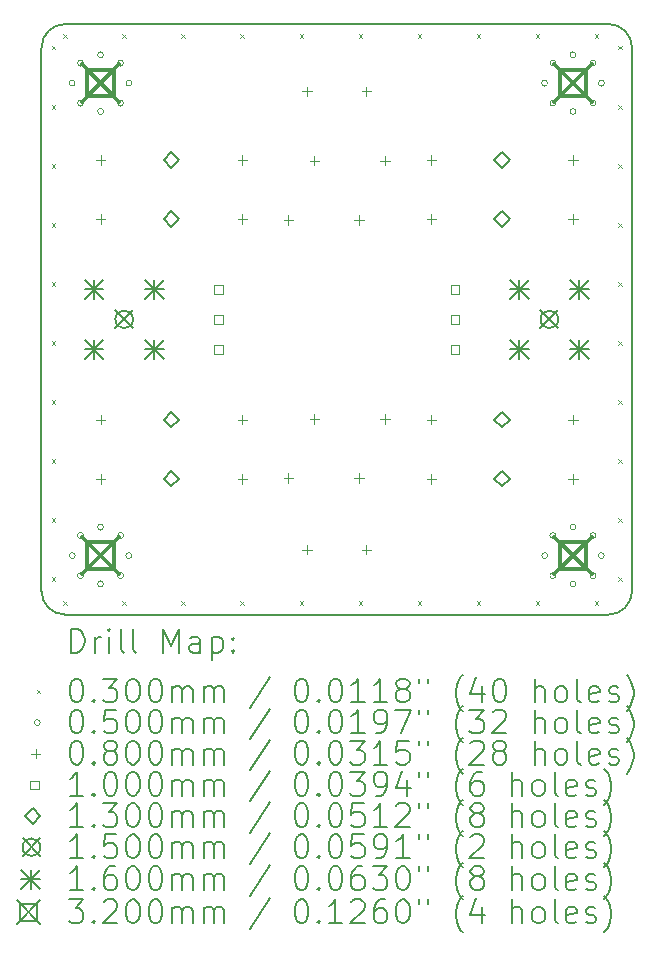
<source format=gbr>
%TF.GenerationSoftware,KiCad,Pcbnew,7.0.10-7.0.10~ubuntu22.04.1*%
%TF.CreationDate,2024-01-03T18:08:40-08:00*%
%TF.ProjectId,YamhillDualDoubleTunedCircuit,59616d68-696c-46c4-9475-616c446f7562,A*%
%TF.SameCoordinates,Original*%
%TF.FileFunction,Drillmap*%
%TF.FilePolarity,Positive*%
%FSLAX45Y45*%
G04 Gerber Fmt 4.5, Leading zero omitted, Abs format (unit mm)*
G04 Created by KiCad (PCBNEW 7.0.10-7.0.10~ubuntu22.04.1) date 2024-01-03 18:08:40*
%MOMM*%
%LPD*%
G01*
G04 APERTURE LIST*
%ADD10C,0.200000*%
%ADD11C,0.100000*%
%ADD12C,0.130000*%
%ADD13C,0.150000*%
%ADD14C,0.160000*%
%ADD15C,0.320000*%
G04 APERTURE END LIST*
D10*
X14800000Y-10000000D02*
X10200000Y-10000000D01*
X10000000Y-9800000D02*
G75*
G03*
X10200000Y-10000000I200000J0D01*
G01*
X15000000Y-5200000D02*
G75*
G03*
X14800000Y-5000000I-200000J0D01*
G01*
X10200000Y-5000000D02*
G75*
G03*
X10000000Y-5200000I0J-200000D01*
G01*
X10000000Y-9800000D02*
X10000000Y-5200000D01*
X10200000Y-5000000D02*
X14800000Y-5000000D01*
X14800000Y-10000000D02*
G75*
G03*
X15000000Y-9800000I0J200000D01*
G01*
X15000000Y-5200000D02*
X15000000Y-9800000D01*
D11*
X10085000Y-5185000D02*
X10115000Y-5215000D01*
X10115000Y-5185000D02*
X10085000Y-5215000D01*
X10085000Y-5685000D02*
X10115000Y-5715000D01*
X10115000Y-5685000D02*
X10085000Y-5715000D01*
X10085000Y-6185000D02*
X10115000Y-6215000D01*
X10115000Y-6185000D02*
X10085000Y-6215000D01*
X10085000Y-6685000D02*
X10115000Y-6715000D01*
X10115000Y-6685000D02*
X10085000Y-6715000D01*
X10085000Y-7185000D02*
X10115000Y-7215000D01*
X10115000Y-7185000D02*
X10085000Y-7215000D01*
X10085000Y-7685000D02*
X10115000Y-7715000D01*
X10115000Y-7685000D02*
X10085000Y-7715000D01*
X10085000Y-8185000D02*
X10115000Y-8215000D01*
X10115000Y-8185000D02*
X10085000Y-8215000D01*
X10085000Y-8685000D02*
X10115000Y-8715000D01*
X10115000Y-8685000D02*
X10085000Y-8715000D01*
X10085000Y-9185000D02*
X10115000Y-9215000D01*
X10115000Y-9185000D02*
X10085000Y-9215000D01*
X10085000Y-9685000D02*
X10115000Y-9715000D01*
X10115000Y-9685000D02*
X10085000Y-9715000D01*
X10185000Y-5085000D02*
X10215000Y-5115000D01*
X10215000Y-5085000D02*
X10185000Y-5115000D01*
X10185000Y-9885000D02*
X10215000Y-9915000D01*
X10215000Y-9885000D02*
X10185000Y-9915000D01*
X10685000Y-5085000D02*
X10715000Y-5115000D01*
X10715000Y-5085000D02*
X10685000Y-5115000D01*
X10685000Y-9885000D02*
X10715000Y-9915000D01*
X10715000Y-9885000D02*
X10685000Y-9915000D01*
X11185000Y-5085000D02*
X11215000Y-5115000D01*
X11215000Y-5085000D02*
X11185000Y-5115000D01*
X11185000Y-9885000D02*
X11215000Y-9915000D01*
X11215000Y-9885000D02*
X11185000Y-9915000D01*
X11685000Y-5085000D02*
X11715000Y-5115000D01*
X11715000Y-5085000D02*
X11685000Y-5115000D01*
X11685000Y-9885000D02*
X11715000Y-9915000D01*
X11715000Y-9885000D02*
X11685000Y-9915000D01*
X12185000Y-5085000D02*
X12215000Y-5115000D01*
X12215000Y-5085000D02*
X12185000Y-5115000D01*
X12185000Y-9885000D02*
X12215000Y-9915000D01*
X12215000Y-9885000D02*
X12185000Y-9915000D01*
X12685000Y-5085000D02*
X12715000Y-5115000D01*
X12715000Y-5085000D02*
X12685000Y-5115000D01*
X12685000Y-9885000D02*
X12715000Y-9915000D01*
X12715000Y-9885000D02*
X12685000Y-9915000D01*
X13185000Y-5085000D02*
X13215000Y-5115000D01*
X13215000Y-5085000D02*
X13185000Y-5115000D01*
X13185000Y-9885000D02*
X13215000Y-9915000D01*
X13215000Y-9885000D02*
X13185000Y-9915000D01*
X13685000Y-5085000D02*
X13715000Y-5115000D01*
X13715000Y-5085000D02*
X13685000Y-5115000D01*
X13685000Y-9885000D02*
X13715000Y-9915000D01*
X13715000Y-9885000D02*
X13685000Y-9915000D01*
X14185000Y-5085000D02*
X14215000Y-5115000D01*
X14215000Y-5085000D02*
X14185000Y-5115000D01*
X14185000Y-9885000D02*
X14215000Y-9915000D01*
X14215000Y-9885000D02*
X14185000Y-9915000D01*
X14685000Y-5085000D02*
X14715000Y-5115000D01*
X14715000Y-5085000D02*
X14685000Y-5115000D01*
X14685000Y-9885000D02*
X14715000Y-9915000D01*
X14715000Y-9885000D02*
X14685000Y-9915000D01*
X14885000Y-5185000D02*
X14915000Y-5215000D01*
X14915000Y-5185000D02*
X14885000Y-5215000D01*
X14885000Y-5685000D02*
X14915000Y-5715000D01*
X14915000Y-5685000D02*
X14885000Y-5715000D01*
X14885000Y-6185000D02*
X14915000Y-6215000D01*
X14915000Y-6185000D02*
X14885000Y-6215000D01*
X14885000Y-6685000D02*
X14915000Y-6715000D01*
X14915000Y-6685000D02*
X14885000Y-6715000D01*
X14885000Y-7185000D02*
X14915000Y-7215000D01*
X14915000Y-7185000D02*
X14885000Y-7215000D01*
X14885000Y-7685000D02*
X14915000Y-7715000D01*
X14915000Y-7685000D02*
X14885000Y-7715000D01*
X14885000Y-8185000D02*
X14915000Y-8215000D01*
X14915000Y-8185000D02*
X14885000Y-8215000D01*
X14885000Y-8685000D02*
X14915000Y-8715000D01*
X14915000Y-8685000D02*
X14885000Y-8715000D01*
X14885000Y-9185000D02*
X14915000Y-9215000D01*
X14915000Y-9185000D02*
X14885000Y-9215000D01*
X14885000Y-9685000D02*
X14915000Y-9715000D01*
X14915000Y-9685000D02*
X14885000Y-9715000D01*
X10285000Y-5500000D02*
G75*
G03*
X10235000Y-5500000I-25000J0D01*
G01*
X10235000Y-5500000D02*
G75*
G03*
X10285000Y-5500000I25000J0D01*
G01*
X10285000Y-9500000D02*
G75*
G03*
X10235000Y-9500000I-25000J0D01*
G01*
X10235000Y-9500000D02*
G75*
G03*
X10285000Y-9500000I25000J0D01*
G01*
X10355294Y-5330294D02*
G75*
G03*
X10305294Y-5330294I-25000J0D01*
G01*
X10305294Y-5330294D02*
G75*
G03*
X10355294Y-5330294I25000J0D01*
G01*
X10355294Y-5669706D02*
G75*
G03*
X10305294Y-5669706I-25000J0D01*
G01*
X10305294Y-5669706D02*
G75*
G03*
X10355294Y-5669706I25000J0D01*
G01*
X10355294Y-9330294D02*
G75*
G03*
X10305294Y-9330294I-25000J0D01*
G01*
X10305294Y-9330294D02*
G75*
G03*
X10355294Y-9330294I25000J0D01*
G01*
X10355294Y-9669706D02*
G75*
G03*
X10305294Y-9669706I-25000J0D01*
G01*
X10305294Y-9669706D02*
G75*
G03*
X10355294Y-9669706I25000J0D01*
G01*
X10525000Y-5260000D02*
G75*
G03*
X10475000Y-5260000I-25000J0D01*
G01*
X10475000Y-5260000D02*
G75*
G03*
X10525000Y-5260000I25000J0D01*
G01*
X10525000Y-5740000D02*
G75*
G03*
X10475000Y-5740000I-25000J0D01*
G01*
X10475000Y-5740000D02*
G75*
G03*
X10525000Y-5740000I25000J0D01*
G01*
X10525000Y-9260000D02*
G75*
G03*
X10475000Y-9260000I-25000J0D01*
G01*
X10475000Y-9260000D02*
G75*
G03*
X10525000Y-9260000I25000J0D01*
G01*
X10525000Y-9740000D02*
G75*
G03*
X10475000Y-9740000I-25000J0D01*
G01*
X10475000Y-9740000D02*
G75*
G03*
X10525000Y-9740000I25000J0D01*
G01*
X10694706Y-5330294D02*
G75*
G03*
X10644706Y-5330294I-25000J0D01*
G01*
X10644706Y-5330294D02*
G75*
G03*
X10694706Y-5330294I25000J0D01*
G01*
X10694706Y-5669706D02*
G75*
G03*
X10644706Y-5669706I-25000J0D01*
G01*
X10644706Y-5669706D02*
G75*
G03*
X10694706Y-5669706I25000J0D01*
G01*
X10694706Y-9330294D02*
G75*
G03*
X10644706Y-9330294I-25000J0D01*
G01*
X10644706Y-9330294D02*
G75*
G03*
X10694706Y-9330294I25000J0D01*
G01*
X10694706Y-9669706D02*
G75*
G03*
X10644706Y-9669706I-25000J0D01*
G01*
X10644706Y-9669706D02*
G75*
G03*
X10694706Y-9669706I25000J0D01*
G01*
X10765000Y-5500000D02*
G75*
G03*
X10715000Y-5500000I-25000J0D01*
G01*
X10715000Y-5500000D02*
G75*
G03*
X10765000Y-5500000I25000J0D01*
G01*
X10765000Y-9500000D02*
G75*
G03*
X10715000Y-9500000I-25000J0D01*
G01*
X10715000Y-9500000D02*
G75*
G03*
X10765000Y-9500000I25000J0D01*
G01*
X14285000Y-5500000D02*
G75*
G03*
X14235000Y-5500000I-25000J0D01*
G01*
X14235000Y-5500000D02*
G75*
G03*
X14285000Y-5500000I25000J0D01*
G01*
X14285000Y-9500000D02*
G75*
G03*
X14235000Y-9500000I-25000J0D01*
G01*
X14235000Y-9500000D02*
G75*
G03*
X14285000Y-9500000I25000J0D01*
G01*
X14355294Y-5330294D02*
G75*
G03*
X14305294Y-5330294I-25000J0D01*
G01*
X14305294Y-5330294D02*
G75*
G03*
X14355294Y-5330294I25000J0D01*
G01*
X14355294Y-5669706D02*
G75*
G03*
X14305294Y-5669706I-25000J0D01*
G01*
X14305294Y-5669706D02*
G75*
G03*
X14355294Y-5669706I25000J0D01*
G01*
X14355294Y-9330294D02*
G75*
G03*
X14305294Y-9330294I-25000J0D01*
G01*
X14305294Y-9330294D02*
G75*
G03*
X14355294Y-9330294I25000J0D01*
G01*
X14355294Y-9669706D02*
G75*
G03*
X14305294Y-9669706I-25000J0D01*
G01*
X14305294Y-9669706D02*
G75*
G03*
X14355294Y-9669706I25000J0D01*
G01*
X14525000Y-5260000D02*
G75*
G03*
X14475000Y-5260000I-25000J0D01*
G01*
X14475000Y-5260000D02*
G75*
G03*
X14525000Y-5260000I25000J0D01*
G01*
X14525000Y-5740000D02*
G75*
G03*
X14475000Y-5740000I-25000J0D01*
G01*
X14475000Y-5740000D02*
G75*
G03*
X14525000Y-5740000I25000J0D01*
G01*
X14525000Y-9260000D02*
G75*
G03*
X14475000Y-9260000I-25000J0D01*
G01*
X14475000Y-9260000D02*
G75*
G03*
X14525000Y-9260000I25000J0D01*
G01*
X14525000Y-9740000D02*
G75*
G03*
X14475000Y-9740000I-25000J0D01*
G01*
X14475000Y-9740000D02*
G75*
G03*
X14525000Y-9740000I25000J0D01*
G01*
X14694706Y-5330294D02*
G75*
G03*
X14644706Y-5330294I-25000J0D01*
G01*
X14644706Y-5330294D02*
G75*
G03*
X14694706Y-5330294I25000J0D01*
G01*
X14694706Y-5669706D02*
G75*
G03*
X14644706Y-5669706I-25000J0D01*
G01*
X14644706Y-5669706D02*
G75*
G03*
X14694706Y-5669706I25000J0D01*
G01*
X14694706Y-9330294D02*
G75*
G03*
X14644706Y-9330294I-25000J0D01*
G01*
X14644706Y-9330294D02*
G75*
G03*
X14694706Y-9330294I25000J0D01*
G01*
X14694706Y-9669706D02*
G75*
G03*
X14644706Y-9669706I-25000J0D01*
G01*
X14644706Y-9669706D02*
G75*
G03*
X14694706Y-9669706I25000J0D01*
G01*
X14765000Y-5500000D02*
G75*
G03*
X14715000Y-5500000I-25000J0D01*
G01*
X14715000Y-5500000D02*
G75*
G03*
X14765000Y-5500000I25000J0D01*
G01*
X14765000Y-9500000D02*
G75*
G03*
X14715000Y-9500000I-25000J0D01*
G01*
X14715000Y-9500000D02*
G75*
G03*
X14765000Y-9500000I25000J0D01*
G01*
X10500000Y-6110000D02*
X10500000Y-6190000D01*
X10460000Y-6150000D02*
X10540000Y-6150000D01*
X10500000Y-6610000D02*
X10500000Y-6690000D01*
X10460000Y-6650000D02*
X10540000Y-6650000D01*
X10500000Y-8310000D02*
X10500000Y-8390000D01*
X10460000Y-8350000D02*
X10540000Y-8350000D01*
X10500000Y-8810000D02*
X10500000Y-8890000D01*
X10460000Y-8850000D02*
X10540000Y-8850000D01*
X11700000Y-6110000D02*
X11700000Y-6190000D01*
X11660000Y-6150000D02*
X11740000Y-6150000D01*
X11700000Y-6610000D02*
X11700000Y-6690000D01*
X11660000Y-6650000D02*
X11740000Y-6650000D01*
X11700000Y-8310000D02*
X11700000Y-8390000D01*
X11660000Y-8350000D02*
X11740000Y-8350000D01*
X11700000Y-8810000D02*
X11700000Y-8890000D01*
X11660000Y-8850000D02*
X11740000Y-8850000D01*
X12090000Y-6617501D02*
X12090000Y-6697501D01*
X12050000Y-6657501D02*
X12130000Y-6657501D01*
X12090000Y-8802499D02*
X12090000Y-8882499D01*
X12050000Y-8842499D02*
X12130000Y-8842499D01*
X12250000Y-5530000D02*
X12250000Y-5610000D01*
X12210000Y-5570000D02*
X12290000Y-5570000D01*
X12250000Y-9410000D02*
X12250000Y-9490000D01*
X12210000Y-9450000D02*
X12290000Y-9450000D01*
X12310000Y-6117501D02*
X12310000Y-6197501D01*
X12270000Y-6157501D02*
X12350000Y-6157501D01*
X12310000Y-8302499D02*
X12310000Y-8382499D01*
X12270000Y-8342499D02*
X12350000Y-8342499D01*
X12690000Y-6617501D02*
X12690000Y-6697501D01*
X12650000Y-6657501D02*
X12730000Y-6657501D01*
X12690000Y-8802499D02*
X12690000Y-8882499D01*
X12650000Y-8842499D02*
X12730000Y-8842499D01*
X12750000Y-5530000D02*
X12750000Y-5610000D01*
X12710000Y-5570000D02*
X12790000Y-5570000D01*
X12750000Y-9410000D02*
X12750000Y-9490000D01*
X12710000Y-9450000D02*
X12790000Y-9450000D01*
X12910000Y-6117501D02*
X12910000Y-6197501D01*
X12870000Y-6157501D02*
X12950000Y-6157501D01*
X12910000Y-8302499D02*
X12910000Y-8382499D01*
X12870000Y-8342499D02*
X12950000Y-8342499D01*
X13300000Y-6110000D02*
X13300000Y-6190000D01*
X13260000Y-6150000D02*
X13340000Y-6150000D01*
X13300000Y-6610000D02*
X13300000Y-6690000D01*
X13260000Y-6650000D02*
X13340000Y-6650000D01*
X13300000Y-8310000D02*
X13300000Y-8390000D01*
X13260000Y-8350000D02*
X13340000Y-8350000D01*
X13300000Y-8810000D02*
X13300000Y-8890000D01*
X13260000Y-8850000D02*
X13340000Y-8850000D01*
X14500000Y-6110000D02*
X14500000Y-6190000D01*
X14460000Y-6150000D02*
X14540000Y-6150000D01*
X14500000Y-6610000D02*
X14500000Y-6690000D01*
X14460000Y-6650000D02*
X14540000Y-6650000D01*
X14500000Y-8310000D02*
X14500000Y-8390000D01*
X14460000Y-8350000D02*
X14540000Y-8350000D01*
X14500000Y-8810000D02*
X14500000Y-8890000D01*
X14460000Y-8850000D02*
X14540000Y-8850000D01*
X11535356Y-7282856D02*
X11535356Y-7212144D01*
X11464644Y-7212144D01*
X11464644Y-7282856D01*
X11535356Y-7282856D01*
X11535356Y-7536856D02*
X11535356Y-7466144D01*
X11464644Y-7466144D01*
X11464644Y-7536856D01*
X11535356Y-7536856D01*
X11535356Y-7790856D02*
X11535356Y-7720144D01*
X11464644Y-7720144D01*
X11464644Y-7790856D01*
X11535356Y-7790856D01*
X13535356Y-7282856D02*
X13535356Y-7212144D01*
X13464644Y-7212144D01*
X13464644Y-7282856D01*
X13535356Y-7282856D01*
X13535356Y-7536856D02*
X13535356Y-7466144D01*
X13464644Y-7466144D01*
X13464644Y-7536856D01*
X13535356Y-7536856D01*
X13535356Y-7790856D02*
X13535356Y-7720144D01*
X13464644Y-7720144D01*
X13464644Y-7790856D01*
X13535356Y-7790856D01*
D12*
X11100000Y-6215000D02*
X11165000Y-6150000D01*
X11100000Y-6085000D01*
X11035000Y-6150000D01*
X11100000Y-6215000D01*
X11100000Y-6715000D02*
X11165000Y-6650000D01*
X11100000Y-6585000D01*
X11035000Y-6650000D01*
X11100000Y-6715000D01*
X11100000Y-8415000D02*
X11165000Y-8350000D01*
X11100000Y-8285000D01*
X11035000Y-8350000D01*
X11100000Y-8415000D01*
X11100000Y-8915000D02*
X11165000Y-8850000D01*
X11100000Y-8785000D01*
X11035000Y-8850000D01*
X11100000Y-8915000D01*
X13900000Y-6215000D02*
X13965000Y-6150000D01*
X13900000Y-6085000D01*
X13835000Y-6150000D01*
X13900000Y-6215000D01*
X13900000Y-6715000D02*
X13965000Y-6650000D01*
X13900000Y-6585000D01*
X13835000Y-6650000D01*
X13900000Y-6715000D01*
X13900000Y-8415000D02*
X13965000Y-8350000D01*
X13900000Y-8285000D01*
X13835000Y-8350000D01*
X13900000Y-8415000D01*
X13900000Y-8915000D02*
X13965000Y-8850000D01*
X13900000Y-8785000D01*
X13835000Y-8850000D01*
X13900000Y-8915000D01*
D13*
X10625000Y-7425000D02*
X10775000Y-7575000D01*
X10775000Y-7425000D02*
X10625000Y-7575000D01*
X10775000Y-7500000D02*
G75*
G03*
X10625000Y-7500000I-75000J0D01*
G01*
X10625000Y-7500000D02*
G75*
G03*
X10775000Y-7500000I75000J0D01*
G01*
X14225000Y-7425000D02*
X14375000Y-7575000D01*
X14375000Y-7425000D02*
X14225000Y-7575000D01*
X14375000Y-7500000D02*
G75*
G03*
X14225000Y-7500000I-75000J0D01*
G01*
X14225000Y-7500000D02*
G75*
G03*
X14375000Y-7500000I75000J0D01*
G01*
D14*
X10365000Y-7165000D02*
X10525000Y-7325000D01*
X10525000Y-7165000D02*
X10365000Y-7325000D01*
X10445000Y-7165000D02*
X10445000Y-7325000D01*
X10365000Y-7245000D02*
X10525000Y-7245000D01*
X10365000Y-7675000D02*
X10525000Y-7835000D01*
X10525000Y-7675000D02*
X10365000Y-7835000D01*
X10445000Y-7675000D02*
X10445000Y-7835000D01*
X10365000Y-7755000D02*
X10525000Y-7755000D01*
X10875000Y-7165000D02*
X11035000Y-7325000D01*
X11035000Y-7165000D02*
X10875000Y-7325000D01*
X10955000Y-7165000D02*
X10955000Y-7325000D01*
X10875000Y-7245000D02*
X11035000Y-7245000D01*
X10875000Y-7675000D02*
X11035000Y-7835000D01*
X11035000Y-7675000D02*
X10875000Y-7835000D01*
X10955000Y-7675000D02*
X10955000Y-7835000D01*
X10875000Y-7755000D02*
X11035000Y-7755000D01*
X13965000Y-7165000D02*
X14125000Y-7325000D01*
X14125000Y-7165000D02*
X13965000Y-7325000D01*
X14045000Y-7165000D02*
X14045000Y-7325000D01*
X13965000Y-7245000D02*
X14125000Y-7245000D01*
X13965000Y-7675000D02*
X14125000Y-7835000D01*
X14125000Y-7675000D02*
X13965000Y-7835000D01*
X14045000Y-7675000D02*
X14045000Y-7835000D01*
X13965000Y-7755000D02*
X14125000Y-7755000D01*
X14475000Y-7165000D02*
X14635000Y-7325000D01*
X14635000Y-7165000D02*
X14475000Y-7325000D01*
X14555000Y-7165000D02*
X14555000Y-7325000D01*
X14475000Y-7245000D02*
X14635000Y-7245000D01*
X14475000Y-7675000D02*
X14635000Y-7835000D01*
X14635000Y-7675000D02*
X14475000Y-7835000D01*
X14555000Y-7675000D02*
X14555000Y-7835000D01*
X14475000Y-7755000D02*
X14635000Y-7755000D01*
D15*
X10340000Y-5340000D02*
X10660000Y-5660000D01*
X10660000Y-5340000D02*
X10340000Y-5660000D01*
X10613138Y-5613138D02*
X10613138Y-5386862D01*
X10386862Y-5386862D01*
X10386862Y-5613138D01*
X10613138Y-5613138D01*
X10340000Y-9340000D02*
X10660000Y-9660000D01*
X10660000Y-9340000D02*
X10340000Y-9660000D01*
X10613138Y-9613138D02*
X10613138Y-9386862D01*
X10386862Y-9386862D01*
X10386862Y-9613138D01*
X10613138Y-9613138D01*
X14340000Y-5340000D02*
X14660000Y-5660000D01*
X14660000Y-5340000D02*
X14340000Y-5660000D01*
X14613138Y-5613138D02*
X14613138Y-5386862D01*
X14386862Y-5386862D01*
X14386862Y-5613138D01*
X14613138Y-5613138D01*
X14340000Y-9340000D02*
X14660000Y-9660000D01*
X14660000Y-9340000D02*
X14340000Y-9660000D01*
X14613138Y-9613138D02*
X14613138Y-9386862D01*
X14386862Y-9386862D01*
X14386862Y-9613138D01*
X14613138Y-9613138D01*
D10*
X10250777Y-10321484D02*
X10250777Y-10121484D01*
X10250777Y-10121484D02*
X10298396Y-10121484D01*
X10298396Y-10121484D02*
X10326967Y-10131008D01*
X10326967Y-10131008D02*
X10346015Y-10150055D01*
X10346015Y-10150055D02*
X10355539Y-10169103D01*
X10355539Y-10169103D02*
X10365063Y-10207198D01*
X10365063Y-10207198D02*
X10365063Y-10235770D01*
X10365063Y-10235770D02*
X10355539Y-10273865D01*
X10355539Y-10273865D02*
X10346015Y-10292912D01*
X10346015Y-10292912D02*
X10326967Y-10311960D01*
X10326967Y-10311960D02*
X10298396Y-10321484D01*
X10298396Y-10321484D02*
X10250777Y-10321484D01*
X10450777Y-10321484D02*
X10450777Y-10188150D01*
X10450777Y-10226246D02*
X10460301Y-10207198D01*
X10460301Y-10207198D02*
X10469824Y-10197674D01*
X10469824Y-10197674D02*
X10488872Y-10188150D01*
X10488872Y-10188150D02*
X10507920Y-10188150D01*
X10574586Y-10321484D02*
X10574586Y-10188150D01*
X10574586Y-10121484D02*
X10565063Y-10131008D01*
X10565063Y-10131008D02*
X10574586Y-10140531D01*
X10574586Y-10140531D02*
X10584110Y-10131008D01*
X10584110Y-10131008D02*
X10574586Y-10121484D01*
X10574586Y-10121484D02*
X10574586Y-10140531D01*
X10698396Y-10321484D02*
X10679348Y-10311960D01*
X10679348Y-10311960D02*
X10669824Y-10292912D01*
X10669824Y-10292912D02*
X10669824Y-10121484D01*
X10803158Y-10321484D02*
X10784110Y-10311960D01*
X10784110Y-10311960D02*
X10774586Y-10292912D01*
X10774586Y-10292912D02*
X10774586Y-10121484D01*
X11031729Y-10321484D02*
X11031729Y-10121484D01*
X11031729Y-10121484D02*
X11098396Y-10264341D01*
X11098396Y-10264341D02*
X11165063Y-10121484D01*
X11165063Y-10121484D02*
X11165063Y-10321484D01*
X11346015Y-10321484D02*
X11346015Y-10216722D01*
X11346015Y-10216722D02*
X11336491Y-10197674D01*
X11336491Y-10197674D02*
X11317443Y-10188150D01*
X11317443Y-10188150D02*
X11279348Y-10188150D01*
X11279348Y-10188150D02*
X11260301Y-10197674D01*
X11346015Y-10311960D02*
X11326967Y-10321484D01*
X11326967Y-10321484D02*
X11279348Y-10321484D01*
X11279348Y-10321484D02*
X11260301Y-10311960D01*
X11260301Y-10311960D02*
X11250777Y-10292912D01*
X11250777Y-10292912D02*
X11250777Y-10273865D01*
X11250777Y-10273865D02*
X11260301Y-10254817D01*
X11260301Y-10254817D02*
X11279348Y-10245293D01*
X11279348Y-10245293D02*
X11326967Y-10245293D01*
X11326967Y-10245293D02*
X11346015Y-10235770D01*
X11441253Y-10188150D02*
X11441253Y-10388150D01*
X11441253Y-10197674D02*
X11460301Y-10188150D01*
X11460301Y-10188150D02*
X11498396Y-10188150D01*
X11498396Y-10188150D02*
X11517443Y-10197674D01*
X11517443Y-10197674D02*
X11526967Y-10207198D01*
X11526967Y-10207198D02*
X11536491Y-10226246D01*
X11536491Y-10226246D02*
X11536491Y-10283389D01*
X11536491Y-10283389D02*
X11526967Y-10302436D01*
X11526967Y-10302436D02*
X11517443Y-10311960D01*
X11517443Y-10311960D02*
X11498396Y-10321484D01*
X11498396Y-10321484D02*
X11460301Y-10321484D01*
X11460301Y-10321484D02*
X11441253Y-10311960D01*
X11622205Y-10302436D02*
X11631729Y-10311960D01*
X11631729Y-10311960D02*
X11622205Y-10321484D01*
X11622205Y-10321484D02*
X11612682Y-10311960D01*
X11612682Y-10311960D02*
X11622205Y-10302436D01*
X11622205Y-10302436D02*
X11622205Y-10321484D01*
X11622205Y-10197674D02*
X11631729Y-10207198D01*
X11631729Y-10207198D02*
X11622205Y-10216722D01*
X11622205Y-10216722D02*
X11612682Y-10207198D01*
X11612682Y-10207198D02*
X11622205Y-10197674D01*
X11622205Y-10197674D02*
X11622205Y-10216722D01*
D11*
X9960000Y-10635000D02*
X9990000Y-10665000D01*
X9990000Y-10635000D02*
X9960000Y-10665000D01*
D10*
X10288872Y-10541484D02*
X10307920Y-10541484D01*
X10307920Y-10541484D02*
X10326967Y-10551008D01*
X10326967Y-10551008D02*
X10336491Y-10560531D01*
X10336491Y-10560531D02*
X10346015Y-10579579D01*
X10346015Y-10579579D02*
X10355539Y-10617674D01*
X10355539Y-10617674D02*
X10355539Y-10665293D01*
X10355539Y-10665293D02*
X10346015Y-10703389D01*
X10346015Y-10703389D02*
X10336491Y-10722436D01*
X10336491Y-10722436D02*
X10326967Y-10731960D01*
X10326967Y-10731960D02*
X10307920Y-10741484D01*
X10307920Y-10741484D02*
X10288872Y-10741484D01*
X10288872Y-10741484D02*
X10269824Y-10731960D01*
X10269824Y-10731960D02*
X10260301Y-10722436D01*
X10260301Y-10722436D02*
X10250777Y-10703389D01*
X10250777Y-10703389D02*
X10241253Y-10665293D01*
X10241253Y-10665293D02*
X10241253Y-10617674D01*
X10241253Y-10617674D02*
X10250777Y-10579579D01*
X10250777Y-10579579D02*
X10260301Y-10560531D01*
X10260301Y-10560531D02*
X10269824Y-10551008D01*
X10269824Y-10551008D02*
X10288872Y-10541484D01*
X10441253Y-10722436D02*
X10450777Y-10731960D01*
X10450777Y-10731960D02*
X10441253Y-10741484D01*
X10441253Y-10741484D02*
X10431729Y-10731960D01*
X10431729Y-10731960D02*
X10441253Y-10722436D01*
X10441253Y-10722436D02*
X10441253Y-10741484D01*
X10517444Y-10541484D02*
X10641253Y-10541484D01*
X10641253Y-10541484D02*
X10574586Y-10617674D01*
X10574586Y-10617674D02*
X10603158Y-10617674D01*
X10603158Y-10617674D02*
X10622205Y-10627198D01*
X10622205Y-10627198D02*
X10631729Y-10636722D01*
X10631729Y-10636722D02*
X10641253Y-10655770D01*
X10641253Y-10655770D02*
X10641253Y-10703389D01*
X10641253Y-10703389D02*
X10631729Y-10722436D01*
X10631729Y-10722436D02*
X10622205Y-10731960D01*
X10622205Y-10731960D02*
X10603158Y-10741484D01*
X10603158Y-10741484D02*
X10546015Y-10741484D01*
X10546015Y-10741484D02*
X10526967Y-10731960D01*
X10526967Y-10731960D02*
X10517444Y-10722436D01*
X10765063Y-10541484D02*
X10784110Y-10541484D01*
X10784110Y-10541484D02*
X10803158Y-10551008D01*
X10803158Y-10551008D02*
X10812682Y-10560531D01*
X10812682Y-10560531D02*
X10822205Y-10579579D01*
X10822205Y-10579579D02*
X10831729Y-10617674D01*
X10831729Y-10617674D02*
X10831729Y-10665293D01*
X10831729Y-10665293D02*
X10822205Y-10703389D01*
X10822205Y-10703389D02*
X10812682Y-10722436D01*
X10812682Y-10722436D02*
X10803158Y-10731960D01*
X10803158Y-10731960D02*
X10784110Y-10741484D01*
X10784110Y-10741484D02*
X10765063Y-10741484D01*
X10765063Y-10741484D02*
X10746015Y-10731960D01*
X10746015Y-10731960D02*
X10736491Y-10722436D01*
X10736491Y-10722436D02*
X10726967Y-10703389D01*
X10726967Y-10703389D02*
X10717444Y-10665293D01*
X10717444Y-10665293D02*
X10717444Y-10617674D01*
X10717444Y-10617674D02*
X10726967Y-10579579D01*
X10726967Y-10579579D02*
X10736491Y-10560531D01*
X10736491Y-10560531D02*
X10746015Y-10551008D01*
X10746015Y-10551008D02*
X10765063Y-10541484D01*
X10955539Y-10541484D02*
X10974586Y-10541484D01*
X10974586Y-10541484D02*
X10993634Y-10551008D01*
X10993634Y-10551008D02*
X11003158Y-10560531D01*
X11003158Y-10560531D02*
X11012682Y-10579579D01*
X11012682Y-10579579D02*
X11022205Y-10617674D01*
X11022205Y-10617674D02*
X11022205Y-10665293D01*
X11022205Y-10665293D02*
X11012682Y-10703389D01*
X11012682Y-10703389D02*
X11003158Y-10722436D01*
X11003158Y-10722436D02*
X10993634Y-10731960D01*
X10993634Y-10731960D02*
X10974586Y-10741484D01*
X10974586Y-10741484D02*
X10955539Y-10741484D01*
X10955539Y-10741484D02*
X10936491Y-10731960D01*
X10936491Y-10731960D02*
X10926967Y-10722436D01*
X10926967Y-10722436D02*
X10917444Y-10703389D01*
X10917444Y-10703389D02*
X10907920Y-10665293D01*
X10907920Y-10665293D02*
X10907920Y-10617674D01*
X10907920Y-10617674D02*
X10917444Y-10579579D01*
X10917444Y-10579579D02*
X10926967Y-10560531D01*
X10926967Y-10560531D02*
X10936491Y-10551008D01*
X10936491Y-10551008D02*
X10955539Y-10541484D01*
X11107920Y-10741484D02*
X11107920Y-10608150D01*
X11107920Y-10627198D02*
X11117444Y-10617674D01*
X11117444Y-10617674D02*
X11136491Y-10608150D01*
X11136491Y-10608150D02*
X11165063Y-10608150D01*
X11165063Y-10608150D02*
X11184110Y-10617674D01*
X11184110Y-10617674D02*
X11193634Y-10636722D01*
X11193634Y-10636722D02*
X11193634Y-10741484D01*
X11193634Y-10636722D02*
X11203158Y-10617674D01*
X11203158Y-10617674D02*
X11222205Y-10608150D01*
X11222205Y-10608150D02*
X11250777Y-10608150D01*
X11250777Y-10608150D02*
X11269824Y-10617674D01*
X11269824Y-10617674D02*
X11279348Y-10636722D01*
X11279348Y-10636722D02*
X11279348Y-10741484D01*
X11374586Y-10741484D02*
X11374586Y-10608150D01*
X11374586Y-10627198D02*
X11384110Y-10617674D01*
X11384110Y-10617674D02*
X11403158Y-10608150D01*
X11403158Y-10608150D02*
X11431729Y-10608150D01*
X11431729Y-10608150D02*
X11450777Y-10617674D01*
X11450777Y-10617674D02*
X11460301Y-10636722D01*
X11460301Y-10636722D02*
X11460301Y-10741484D01*
X11460301Y-10636722D02*
X11469824Y-10617674D01*
X11469824Y-10617674D02*
X11488872Y-10608150D01*
X11488872Y-10608150D02*
X11517443Y-10608150D01*
X11517443Y-10608150D02*
X11536491Y-10617674D01*
X11536491Y-10617674D02*
X11546015Y-10636722D01*
X11546015Y-10636722D02*
X11546015Y-10741484D01*
X11936491Y-10531960D02*
X11765063Y-10789103D01*
X12193634Y-10541484D02*
X12212682Y-10541484D01*
X12212682Y-10541484D02*
X12231729Y-10551008D01*
X12231729Y-10551008D02*
X12241253Y-10560531D01*
X12241253Y-10560531D02*
X12250777Y-10579579D01*
X12250777Y-10579579D02*
X12260301Y-10617674D01*
X12260301Y-10617674D02*
X12260301Y-10665293D01*
X12260301Y-10665293D02*
X12250777Y-10703389D01*
X12250777Y-10703389D02*
X12241253Y-10722436D01*
X12241253Y-10722436D02*
X12231729Y-10731960D01*
X12231729Y-10731960D02*
X12212682Y-10741484D01*
X12212682Y-10741484D02*
X12193634Y-10741484D01*
X12193634Y-10741484D02*
X12174586Y-10731960D01*
X12174586Y-10731960D02*
X12165063Y-10722436D01*
X12165063Y-10722436D02*
X12155539Y-10703389D01*
X12155539Y-10703389D02*
X12146015Y-10665293D01*
X12146015Y-10665293D02*
X12146015Y-10617674D01*
X12146015Y-10617674D02*
X12155539Y-10579579D01*
X12155539Y-10579579D02*
X12165063Y-10560531D01*
X12165063Y-10560531D02*
X12174586Y-10551008D01*
X12174586Y-10551008D02*
X12193634Y-10541484D01*
X12346015Y-10722436D02*
X12355539Y-10731960D01*
X12355539Y-10731960D02*
X12346015Y-10741484D01*
X12346015Y-10741484D02*
X12336491Y-10731960D01*
X12336491Y-10731960D02*
X12346015Y-10722436D01*
X12346015Y-10722436D02*
X12346015Y-10741484D01*
X12479348Y-10541484D02*
X12498396Y-10541484D01*
X12498396Y-10541484D02*
X12517444Y-10551008D01*
X12517444Y-10551008D02*
X12526967Y-10560531D01*
X12526967Y-10560531D02*
X12536491Y-10579579D01*
X12536491Y-10579579D02*
X12546015Y-10617674D01*
X12546015Y-10617674D02*
X12546015Y-10665293D01*
X12546015Y-10665293D02*
X12536491Y-10703389D01*
X12536491Y-10703389D02*
X12526967Y-10722436D01*
X12526967Y-10722436D02*
X12517444Y-10731960D01*
X12517444Y-10731960D02*
X12498396Y-10741484D01*
X12498396Y-10741484D02*
X12479348Y-10741484D01*
X12479348Y-10741484D02*
X12460301Y-10731960D01*
X12460301Y-10731960D02*
X12450777Y-10722436D01*
X12450777Y-10722436D02*
X12441253Y-10703389D01*
X12441253Y-10703389D02*
X12431729Y-10665293D01*
X12431729Y-10665293D02*
X12431729Y-10617674D01*
X12431729Y-10617674D02*
X12441253Y-10579579D01*
X12441253Y-10579579D02*
X12450777Y-10560531D01*
X12450777Y-10560531D02*
X12460301Y-10551008D01*
X12460301Y-10551008D02*
X12479348Y-10541484D01*
X12736491Y-10741484D02*
X12622206Y-10741484D01*
X12679348Y-10741484D02*
X12679348Y-10541484D01*
X12679348Y-10541484D02*
X12660301Y-10570055D01*
X12660301Y-10570055D02*
X12641253Y-10589103D01*
X12641253Y-10589103D02*
X12622206Y-10598627D01*
X12926967Y-10741484D02*
X12812682Y-10741484D01*
X12869825Y-10741484D02*
X12869825Y-10541484D01*
X12869825Y-10541484D02*
X12850777Y-10570055D01*
X12850777Y-10570055D02*
X12831729Y-10589103D01*
X12831729Y-10589103D02*
X12812682Y-10598627D01*
X13041253Y-10627198D02*
X13022206Y-10617674D01*
X13022206Y-10617674D02*
X13012682Y-10608150D01*
X13012682Y-10608150D02*
X13003158Y-10589103D01*
X13003158Y-10589103D02*
X13003158Y-10579579D01*
X13003158Y-10579579D02*
X13012682Y-10560531D01*
X13012682Y-10560531D02*
X13022206Y-10551008D01*
X13022206Y-10551008D02*
X13041253Y-10541484D01*
X13041253Y-10541484D02*
X13079348Y-10541484D01*
X13079348Y-10541484D02*
X13098396Y-10551008D01*
X13098396Y-10551008D02*
X13107920Y-10560531D01*
X13107920Y-10560531D02*
X13117444Y-10579579D01*
X13117444Y-10579579D02*
X13117444Y-10589103D01*
X13117444Y-10589103D02*
X13107920Y-10608150D01*
X13107920Y-10608150D02*
X13098396Y-10617674D01*
X13098396Y-10617674D02*
X13079348Y-10627198D01*
X13079348Y-10627198D02*
X13041253Y-10627198D01*
X13041253Y-10627198D02*
X13022206Y-10636722D01*
X13022206Y-10636722D02*
X13012682Y-10646246D01*
X13012682Y-10646246D02*
X13003158Y-10665293D01*
X13003158Y-10665293D02*
X13003158Y-10703389D01*
X13003158Y-10703389D02*
X13012682Y-10722436D01*
X13012682Y-10722436D02*
X13022206Y-10731960D01*
X13022206Y-10731960D02*
X13041253Y-10741484D01*
X13041253Y-10741484D02*
X13079348Y-10741484D01*
X13079348Y-10741484D02*
X13098396Y-10731960D01*
X13098396Y-10731960D02*
X13107920Y-10722436D01*
X13107920Y-10722436D02*
X13117444Y-10703389D01*
X13117444Y-10703389D02*
X13117444Y-10665293D01*
X13117444Y-10665293D02*
X13107920Y-10646246D01*
X13107920Y-10646246D02*
X13098396Y-10636722D01*
X13098396Y-10636722D02*
X13079348Y-10627198D01*
X13193634Y-10541484D02*
X13193634Y-10579579D01*
X13269825Y-10541484D02*
X13269825Y-10579579D01*
X13565063Y-10817674D02*
X13555539Y-10808150D01*
X13555539Y-10808150D02*
X13536491Y-10779579D01*
X13536491Y-10779579D02*
X13526968Y-10760531D01*
X13526968Y-10760531D02*
X13517444Y-10731960D01*
X13517444Y-10731960D02*
X13507920Y-10684341D01*
X13507920Y-10684341D02*
X13507920Y-10646246D01*
X13507920Y-10646246D02*
X13517444Y-10598627D01*
X13517444Y-10598627D02*
X13526968Y-10570055D01*
X13526968Y-10570055D02*
X13536491Y-10551008D01*
X13536491Y-10551008D02*
X13555539Y-10522436D01*
X13555539Y-10522436D02*
X13565063Y-10512912D01*
X13726968Y-10608150D02*
X13726968Y-10741484D01*
X13679348Y-10531960D02*
X13631729Y-10674817D01*
X13631729Y-10674817D02*
X13755539Y-10674817D01*
X13869825Y-10541484D02*
X13888872Y-10541484D01*
X13888872Y-10541484D02*
X13907920Y-10551008D01*
X13907920Y-10551008D02*
X13917444Y-10560531D01*
X13917444Y-10560531D02*
X13926968Y-10579579D01*
X13926968Y-10579579D02*
X13936491Y-10617674D01*
X13936491Y-10617674D02*
X13936491Y-10665293D01*
X13936491Y-10665293D02*
X13926968Y-10703389D01*
X13926968Y-10703389D02*
X13917444Y-10722436D01*
X13917444Y-10722436D02*
X13907920Y-10731960D01*
X13907920Y-10731960D02*
X13888872Y-10741484D01*
X13888872Y-10741484D02*
X13869825Y-10741484D01*
X13869825Y-10741484D02*
X13850777Y-10731960D01*
X13850777Y-10731960D02*
X13841253Y-10722436D01*
X13841253Y-10722436D02*
X13831729Y-10703389D01*
X13831729Y-10703389D02*
X13822206Y-10665293D01*
X13822206Y-10665293D02*
X13822206Y-10617674D01*
X13822206Y-10617674D02*
X13831729Y-10579579D01*
X13831729Y-10579579D02*
X13841253Y-10560531D01*
X13841253Y-10560531D02*
X13850777Y-10551008D01*
X13850777Y-10551008D02*
X13869825Y-10541484D01*
X14174587Y-10741484D02*
X14174587Y-10541484D01*
X14260301Y-10741484D02*
X14260301Y-10636722D01*
X14260301Y-10636722D02*
X14250777Y-10617674D01*
X14250777Y-10617674D02*
X14231730Y-10608150D01*
X14231730Y-10608150D02*
X14203158Y-10608150D01*
X14203158Y-10608150D02*
X14184110Y-10617674D01*
X14184110Y-10617674D02*
X14174587Y-10627198D01*
X14384110Y-10741484D02*
X14365063Y-10731960D01*
X14365063Y-10731960D02*
X14355539Y-10722436D01*
X14355539Y-10722436D02*
X14346015Y-10703389D01*
X14346015Y-10703389D02*
X14346015Y-10646246D01*
X14346015Y-10646246D02*
X14355539Y-10627198D01*
X14355539Y-10627198D02*
X14365063Y-10617674D01*
X14365063Y-10617674D02*
X14384110Y-10608150D01*
X14384110Y-10608150D02*
X14412682Y-10608150D01*
X14412682Y-10608150D02*
X14431730Y-10617674D01*
X14431730Y-10617674D02*
X14441253Y-10627198D01*
X14441253Y-10627198D02*
X14450777Y-10646246D01*
X14450777Y-10646246D02*
X14450777Y-10703389D01*
X14450777Y-10703389D02*
X14441253Y-10722436D01*
X14441253Y-10722436D02*
X14431730Y-10731960D01*
X14431730Y-10731960D02*
X14412682Y-10741484D01*
X14412682Y-10741484D02*
X14384110Y-10741484D01*
X14565063Y-10741484D02*
X14546015Y-10731960D01*
X14546015Y-10731960D02*
X14536491Y-10712912D01*
X14536491Y-10712912D02*
X14536491Y-10541484D01*
X14717444Y-10731960D02*
X14698396Y-10741484D01*
X14698396Y-10741484D02*
X14660301Y-10741484D01*
X14660301Y-10741484D02*
X14641253Y-10731960D01*
X14641253Y-10731960D02*
X14631730Y-10712912D01*
X14631730Y-10712912D02*
X14631730Y-10636722D01*
X14631730Y-10636722D02*
X14641253Y-10617674D01*
X14641253Y-10617674D02*
X14660301Y-10608150D01*
X14660301Y-10608150D02*
X14698396Y-10608150D01*
X14698396Y-10608150D02*
X14717444Y-10617674D01*
X14717444Y-10617674D02*
X14726968Y-10636722D01*
X14726968Y-10636722D02*
X14726968Y-10655770D01*
X14726968Y-10655770D02*
X14631730Y-10674817D01*
X14803158Y-10731960D02*
X14822206Y-10741484D01*
X14822206Y-10741484D02*
X14860301Y-10741484D01*
X14860301Y-10741484D02*
X14879349Y-10731960D01*
X14879349Y-10731960D02*
X14888872Y-10712912D01*
X14888872Y-10712912D02*
X14888872Y-10703389D01*
X14888872Y-10703389D02*
X14879349Y-10684341D01*
X14879349Y-10684341D02*
X14860301Y-10674817D01*
X14860301Y-10674817D02*
X14831730Y-10674817D01*
X14831730Y-10674817D02*
X14812682Y-10665293D01*
X14812682Y-10665293D02*
X14803158Y-10646246D01*
X14803158Y-10646246D02*
X14803158Y-10636722D01*
X14803158Y-10636722D02*
X14812682Y-10617674D01*
X14812682Y-10617674D02*
X14831730Y-10608150D01*
X14831730Y-10608150D02*
X14860301Y-10608150D01*
X14860301Y-10608150D02*
X14879349Y-10617674D01*
X14955539Y-10817674D02*
X14965063Y-10808150D01*
X14965063Y-10808150D02*
X14984111Y-10779579D01*
X14984111Y-10779579D02*
X14993634Y-10760531D01*
X14993634Y-10760531D02*
X15003158Y-10731960D01*
X15003158Y-10731960D02*
X15012682Y-10684341D01*
X15012682Y-10684341D02*
X15012682Y-10646246D01*
X15012682Y-10646246D02*
X15003158Y-10598627D01*
X15003158Y-10598627D02*
X14993634Y-10570055D01*
X14993634Y-10570055D02*
X14984111Y-10551008D01*
X14984111Y-10551008D02*
X14965063Y-10522436D01*
X14965063Y-10522436D02*
X14955539Y-10512912D01*
D11*
X9990000Y-10914000D02*
G75*
G03*
X9940000Y-10914000I-25000J0D01*
G01*
X9940000Y-10914000D02*
G75*
G03*
X9990000Y-10914000I25000J0D01*
G01*
D10*
X10288872Y-10805484D02*
X10307920Y-10805484D01*
X10307920Y-10805484D02*
X10326967Y-10815008D01*
X10326967Y-10815008D02*
X10336491Y-10824531D01*
X10336491Y-10824531D02*
X10346015Y-10843579D01*
X10346015Y-10843579D02*
X10355539Y-10881674D01*
X10355539Y-10881674D02*
X10355539Y-10929293D01*
X10355539Y-10929293D02*
X10346015Y-10967389D01*
X10346015Y-10967389D02*
X10336491Y-10986436D01*
X10336491Y-10986436D02*
X10326967Y-10995960D01*
X10326967Y-10995960D02*
X10307920Y-11005484D01*
X10307920Y-11005484D02*
X10288872Y-11005484D01*
X10288872Y-11005484D02*
X10269824Y-10995960D01*
X10269824Y-10995960D02*
X10260301Y-10986436D01*
X10260301Y-10986436D02*
X10250777Y-10967389D01*
X10250777Y-10967389D02*
X10241253Y-10929293D01*
X10241253Y-10929293D02*
X10241253Y-10881674D01*
X10241253Y-10881674D02*
X10250777Y-10843579D01*
X10250777Y-10843579D02*
X10260301Y-10824531D01*
X10260301Y-10824531D02*
X10269824Y-10815008D01*
X10269824Y-10815008D02*
X10288872Y-10805484D01*
X10441253Y-10986436D02*
X10450777Y-10995960D01*
X10450777Y-10995960D02*
X10441253Y-11005484D01*
X10441253Y-11005484D02*
X10431729Y-10995960D01*
X10431729Y-10995960D02*
X10441253Y-10986436D01*
X10441253Y-10986436D02*
X10441253Y-11005484D01*
X10631729Y-10805484D02*
X10536491Y-10805484D01*
X10536491Y-10805484D02*
X10526967Y-10900722D01*
X10526967Y-10900722D02*
X10536491Y-10891198D01*
X10536491Y-10891198D02*
X10555539Y-10881674D01*
X10555539Y-10881674D02*
X10603158Y-10881674D01*
X10603158Y-10881674D02*
X10622205Y-10891198D01*
X10622205Y-10891198D02*
X10631729Y-10900722D01*
X10631729Y-10900722D02*
X10641253Y-10919770D01*
X10641253Y-10919770D02*
X10641253Y-10967389D01*
X10641253Y-10967389D02*
X10631729Y-10986436D01*
X10631729Y-10986436D02*
X10622205Y-10995960D01*
X10622205Y-10995960D02*
X10603158Y-11005484D01*
X10603158Y-11005484D02*
X10555539Y-11005484D01*
X10555539Y-11005484D02*
X10536491Y-10995960D01*
X10536491Y-10995960D02*
X10526967Y-10986436D01*
X10765063Y-10805484D02*
X10784110Y-10805484D01*
X10784110Y-10805484D02*
X10803158Y-10815008D01*
X10803158Y-10815008D02*
X10812682Y-10824531D01*
X10812682Y-10824531D02*
X10822205Y-10843579D01*
X10822205Y-10843579D02*
X10831729Y-10881674D01*
X10831729Y-10881674D02*
X10831729Y-10929293D01*
X10831729Y-10929293D02*
X10822205Y-10967389D01*
X10822205Y-10967389D02*
X10812682Y-10986436D01*
X10812682Y-10986436D02*
X10803158Y-10995960D01*
X10803158Y-10995960D02*
X10784110Y-11005484D01*
X10784110Y-11005484D02*
X10765063Y-11005484D01*
X10765063Y-11005484D02*
X10746015Y-10995960D01*
X10746015Y-10995960D02*
X10736491Y-10986436D01*
X10736491Y-10986436D02*
X10726967Y-10967389D01*
X10726967Y-10967389D02*
X10717444Y-10929293D01*
X10717444Y-10929293D02*
X10717444Y-10881674D01*
X10717444Y-10881674D02*
X10726967Y-10843579D01*
X10726967Y-10843579D02*
X10736491Y-10824531D01*
X10736491Y-10824531D02*
X10746015Y-10815008D01*
X10746015Y-10815008D02*
X10765063Y-10805484D01*
X10955539Y-10805484D02*
X10974586Y-10805484D01*
X10974586Y-10805484D02*
X10993634Y-10815008D01*
X10993634Y-10815008D02*
X11003158Y-10824531D01*
X11003158Y-10824531D02*
X11012682Y-10843579D01*
X11012682Y-10843579D02*
X11022205Y-10881674D01*
X11022205Y-10881674D02*
X11022205Y-10929293D01*
X11022205Y-10929293D02*
X11012682Y-10967389D01*
X11012682Y-10967389D02*
X11003158Y-10986436D01*
X11003158Y-10986436D02*
X10993634Y-10995960D01*
X10993634Y-10995960D02*
X10974586Y-11005484D01*
X10974586Y-11005484D02*
X10955539Y-11005484D01*
X10955539Y-11005484D02*
X10936491Y-10995960D01*
X10936491Y-10995960D02*
X10926967Y-10986436D01*
X10926967Y-10986436D02*
X10917444Y-10967389D01*
X10917444Y-10967389D02*
X10907920Y-10929293D01*
X10907920Y-10929293D02*
X10907920Y-10881674D01*
X10907920Y-10881674D02*
X10917444Y-10843579D01*
X10917444Y-10843579D02*
X10926967Y-10824531D01*
X10926967Y-10824531D02*
X10936491Y-10815008D01*
X10936491Y-10815008D02*
X10955539Y-10805484D01*
X11107920Y-11005484D02*
X11107920Y-10872150D01*
X11107920Y-10891198D02*
X11117444Y-10881674D01*
X11117444Y-10881674D02*
X11136491Y-10872150D01*
X11136491Y-10872150D02*
X11165063Y-10872150D01*
X11165063Y-10872150D02*
X11184110Y-10881674D01*
X11184110Y-10881674D02*
X11193634Y-10900722D01*
X11193634Y-10900722D02*
X11193634Y-11005484D01*
X11193634Y-10900722D02*
X11203158Y-10881674D01*
X11203158Y-10881674D02*
X11222205Y-10872150D01*
X11222205Y-10872150D02*
X11250777Y-10872150D01*
X11250777Y-10872150D02*
X11269824Y-10881674D01*
X11269824Y-10881674D02*
X11279348Y-10900722D01*
X11279348Y-10900722D02*
X11279348Y-11005484D01*
X11374586Y-11005484D02*
X11374586Y-10872150D01*
X11374586Y-10891198D02*
X11384110Y-10881674D01*
X11384110Y-10881674D02*
X11403158Y-10872150D01*
X11403158Y-10872150D02*
X11431729Y-10872150D01*
X11431729Y-10872150D02*
X11450777Y-10881674D01*
X11450777Y-10881674D02*
X11460301Y-10900722D01*
X11460301Y-10900722D02*
X11460301Y-11005484D01*
X11460301Y-10900722D02*
X11469824Y-10881674D01*
X11469824Y-10881674D02*
X11488872Y-10872150D01*
X11488872Y-10872150D02*
X11517443Y-10872150D01*
X11517443Y-10872150D02*
X11536491Y-10881674D01*
X11536491Y-10881674D02*
X11546015Y-10900722D01*
X11546015Y-10900722D02*
X11546015Y-11005484D01*
X11936491Y-10795960D02*
X11765063Y-11053103D01*
X12193634Y-10805484D02*
X12212682Y-10805484D01*
X12212682Y-10805484D02*
X12231729Y-10815008D01*
X12231729Y-10815008D02*
X12241253Y-10824531D01*
X12241253Y-10824531D02*
X12250777Y-10843579D01*
X12250777Y-10843579D02*
X12260301Y-10881674D01*
X12260301Y-10881674D02*
X12260301Y-10929293D01*
X12260301Y-10929293D02*
X12250777Y-10967389D01*
X12250777Y-10967389D02*
X12241253Y-10986436D01*
X12241253Y-10986436D02*
X12231729Y-10995960D01*
X12231729Y-10995960D02*
X12212682Y-11005484D01*
X12212682Y-11005484D02*
X12193634Y-11005484D01*
X12193634Y-11005484D02*
X12174586Y-10995960D01*
X12174586Y-10995960D02*
X12165063Y-10986436D01*
X12165063Y-10986436D02*
X12155539Y-10967389D01*
X12155539Y-10967389D02*
X12146015Y-10929293D01*
X12146015Y-10929293D02*
X12146015Y-10881674D01*
X12146015Y-10881674D02*
X12155539Y-10843579D01*
X12155539Y-10843579D02*
X12165063Y-10824531D01*
X12165063Y-10824531D02*
X12174586Y-10815008D01*
X12174586Y-10815008D02*
X12193634Y-10805484D01*
X12346015Y-10986436D02*
X12355539Y-10995960D01*
X12355539Y-10995960D02*
X12346015Y-11005484D01*
X12346015Y-11005484D02*
X12336491Y-10995960D01*
X12336491Y-10995960D02*
X12346015Y-10986436D01*
X12346015Y-10986436D02*
X12346015Y-11005484D01*
X12479348Y-10805484D02*
X12498396Y-10805484D01*
X12498396Y-10805484D02*
X12517444Y-10815008D01*
X12517444Y-10815008D02*
X12526967Y-10824531D01*
X12526967Y-10824531D02*
X12536491Y-10843579D01*
X12536491Y-10843579D02*
X12546015Y-10881674D01*
X12546015Y-10881674D02*
X12546015Y-10929293D01*
X12546015Y-10929293D02*
X12536491Y-10967389D01*
X12536491Y-10967389D02*
X12526967Y-10986436D01*
X12526967Y-10986436D02*
X12517444Y-10995960D01*
X12517444Y-10995960D02*
X12498396Y-11005484D01*
X12498396Y-11005484D02*
X12479348Y-11005484D01*
X12479348Y-11005484D02*
X12460301Y-10995960D01*
X12460301Y-10995960D02*
X12450777Y-10986436D01*
X12450777Y-10986436D02*
X12441253Y-10967389D01*
X12441253Y-10967389D02*
X12431729Y-10929293D01*
X12431729Y-10929293D02*
X12431729Y-10881674D01*
X12431729Y-10881674D02*
X12441253Y-10843579D01*
X12441253Y-10843579D02*
X12450777Y-10824531D01*
X12450777Y-10824531D02*
X12460301Y-10815008D01*
X12460301Y-10815008D02*
X12479348Y-10805484D01*
X12736491Y-11005484D02*
X12622206Y-11005484D01*
X12679348Y-11005484D02*
X12679348Y-10805484D01*
X12679348Y-10805484D02*
X12660301Y-10834055D01*
X12660301Y-10834055D02*
X12641253Y-10853103D01*
X12641253Y-10853103D02*
X12622206Y-10862627D01*
X12831729Y-11005484D02*
X12869825Y-11005484D01*
X12869825Y-11005484D02*
X12888872Y-10995960D01*
X12888872Y-10995960D02*
X12898396Y-10986436D01*
X12898396Y-10986436D02*
X12917444Y-10957865D01*
X12917444Y-10957865D02*
X12926967Y-10919770D01*
X12926967Y-10919770D02*
X12926967Y-10843579D01*
X12926967Y-10843579D02*
X12917444Y-10824531D01*
X12917444Y-10824531D02*
X12907920Y-10815008D01*
X12907920Y-10815008D02*
X12888872Y-10805484D01*
X12888872Y-10805484D02*
X12850777Y-10805484D01*
X12850777Y-10805484D02*
X12831729Y-10815008D01*
X12831729Y-10815008D02*
X12822206Y-10824531D01*
X12822206Y-10824531D02*
X12812682Y-10843579D01*
X12812682Y-10843579D02*
X12812682Y-10891198D01*
X12812682Y-10891198D02*
X12822206Y-10910246D01*
X12822206Y-10910246D02*
X12831729Y-10919770D01*
X12831729Y-10919770D02*
X12850777Y-10929293D01*
X12850777Y-10929293D02*
X12888872Y-10929293D01*
X12888872Y-10929293D02*
X12907920Y-10919770D01*
X12907920Y-10919770D02*
X12917444Y-10910246D01*
X12917444Y-10910246D02*
X12926967Y-10891198D01*
X12993634Y-10805484D02*
X13126967Y-10805484D01*
X13126967Y-10805484D02*
X13041253Y-11005484D01*
X13193634Y-10805484D02*
X13193634Y-10843579D01*
X13269825Y-10805484D02*
X13269825Y-10843579D01*
X13565063Y-11081674D02*
X13555539Y-11072150D01*
X13555539Y-11072150D02*
X13536491Y-11043579D01*
X13536491Y-11043579D02*
X13526968Y-11024531D01*
X13526968Y-11024531D02*
X13517444Y-10995960D01*
X13517444Y-10995960D02*
X13507920Y-10948341D01*
X13507920Y-10948341D02*
X13507920Y-10910246D01*
X13507920Y-10910246D02*
X13517444Y-10862627D01*
X13517444Y-10862627D02*
X13526968Y-10834055D01*
X13526968Y-10834055D02*
X13536491Y-10815008D01*
X13536491Y-10815008D02*
X13555539Y-10786436D01*
X13555539Y-10786436D02*
X13565063Y-10776912D01*
X13622206Y-10805484D02*
X13746015Y-10805484D01*
X13746015Y-10805484D02*
X13679348Y-10881674D01*
X13679348Y-10881674D02*
X13707920Y-10881674D01*
X13707920Y-10881674D02*
X13726968Y-10891198D01*
X13726968Y-10891198D02*
X13736491Y-10900722D01*
X13736491Y-10900722D02*
X13746015Y-10919770D01*
X13746015Y-10919770D02*
X13746015Y-10967389D01*
X13746015Y-10967389D02*
X13736491Y-10986436D01*
X13736491Y-10986436D02*
X13726968Y-10995960D01*
X13726968Y-10995960D02*
X13707920Y-11005484D01*
X13707920Y-11005484D02*
X13650777Y-11005484D01*
X13650777Y-11005484D02*
X13631729Y-10995960D01*
X13631729Y-10995960D02*
X13622206Y-10986436D01*
X13822206Y-10824531D02*
X13831729Y-10815008D01*
X13831729Y-10815008D02*
X13850777Y-10805484D01*
X13850777Y-10805484D02*
X13898396Y-10805484D01*
X13898396Y-10805484D02*
X13917444Y-10815008D01*
X13917444Y-10815008D02*
X13926968Y-10824531D01*
X13926968Y-10824531D02*
X13936491Y-10843579D01*
X13936491Y-10843579D02*
X13936491Y-10862627D01*
X13936491Y-10862627D02*
X13926968Y-10891198D01*
X13926968Y-10891198D02*
X13812682Y-11005484D01*
X13812682Y-11005484D02*
X13936491Y-11005484D01*
X14174587Y-11005484D02*
X14174587Y-10805484D01*
X14260301Y-11005484D02*
X14260301Y-10900722D01*
X14260301Y-10900722D02*
X14250777Y-10881674D01*
X14250777Y-10881674D02*
X14231730Y-10872150D01*
X14231730Y-10872150D02*
X14203158Y-10872150D01*
X14203158Y-10872150D02*
X14184110Y-10881674D01*
X14184110Y-10881674D02*
X14174587Y-10891198D01*
X14384110Y-11005484D02*
X14365063Y-10995960D01*
X14365063Y-10995960D02*
X14355539Y-10986436D01*
X14355539Y-10986436D02*
X14346015Y-10967389D01*
X14346015Y-10967389D02*
X14346015Y-10910246D01*
X14346015Y-10910246D02*
X14355539Y-10891198D01*
X14355539Y-10891198D02*
X14365063Y-10881674D01*
X14365063Y-10881674D02*
X14384110Y-10872150D01*
X14384110Y-10872150D02*
X14412682Y-10872150D01*
X14412682Y-10872150D02*
X14431730Y-10881674D01*
X14431730Y-10881674D02*
X14441253Y-10891198D01*
X14441253Y-10891198D02*
X14450777Y-10910246D01*
X14450777Y-10910246D02*
X14450777Y-10967389D01*
X14450777Y-10967389D02*
X14441253Y-10986436D01*
X14441253Y-10986436D02*
X14431730Y-10995960D01*
X14431730Y-10995960D02*
X14412682Y-11005484D01*
X14412682Y-11005484D02*
X14384110Y-11005484D01*
X14565063Y-11005484D02*
X14546015Y-10995960D01*
X14546015Y-10995960D02*
X14536491Y-10976912D01*
X14536491Y-10976912D02*
X14536491Y-10805484D01*
X14717444Y-10995960D02*
X14698396Y-11005484D01*
X14698396Y-11005484D02*
X14660301Y-11005484D01*
X14660301Y-11005484D02*
X14641253Y-10995960D01*
X14641253Y-10995960D02*
X14631730Y-10976912D01*
X14631730Y-10976912D02*
X14631730Y-10900722D01*
X14631730Y-10900722D02*
X14641253Y-10881674D01*
X14641253Y-10881674D02*
X14660301Y-10872150D01*
X14660301Y-10872150D02*
X14698396Y-10872150D01*
X14698396Y-10872150D02*
X14717444Y-10881674D01*
X14717444Y-10881674D02*
X14726968Y-10900722D01*
X14726968Y-10900722D02*
X14726968Y-10919770D01*
X14726968Y-10919770D02*
X14631730Y-10938817D01*
X14803158Y-10995960D02*
X14822206Y-11005484D01*
X14822206Y-11005484D02*
X14860301Y-11005484D01*
X14860301Y-11005484D02*
X14879349Y-10995960D01*
X14879349Y-10995960D02*
X14888872Y-10976912D01*
X14888872Y-10976912D02*
X14888872Y-10967389D01*
X14888872Y-10967389D02*
X14879349Y-10948341D01*
X14879349Y-10948341D02*
X14860301Y-10938817D01*
X14860301Y-10938817D02*
X14831730Y-10938817D01*
X14831730Y-10938817D02*
X14812682Y-10929293D01*
X14812682Y-10929293D02*
X14803158Y-10910246D01*
X14803158Y-10910246D02*
X14803158Y-10900722D01*
X14803158Y-10900722D02*
X14812682Y-10881674D01*
X14812682Y-10881674D02*
X14831730Y-10872150D01*
X14831730Y-10872150D02*
X14860301Y-10872150D01*
X14860301Y-10872150D02*
X14879349Y-10881674D01*
X14955539Y-11081674D02*
X14965063Y-11072150D01*
X14965063Y-11072150D02*
X14984111Y-11043579D01*
X14984111Y-11043579D02*
X14993634Y-11024531D01*
X14993634Y-11024531D02*
X15003158Y-10995960D01*
X15003158Y-10995960D02*
X15012682Y-10948341D01*
X15012682Y-10948341D02*
X15012682Y-10910246D01*
X15012682Y-10910246D02*
X15003158Y-10862627D01*
X15003158Y-10862627D02*
X14993634Y-10834055D01*
X14993634Y-10834055D02*
X14984111Y-10815008D01*
X14984111Y-10815008D02*
X14965063Y-10786436D01*
X14965063Y-10786436D02*
X14955539Y-10776912D01*
D11*
X9950000Y-11138000D02*
X9950000Y-11218000D01*
X9910000Y-11178000D02*
X9990000Y-11178000D01*
D10*
X10288872Y-11069484D02*
X10307920Y-11069484D01*
X10307920Y-11069484D02*
X10326967Y-11079008D01*
X10326967Y-11079008D02*
X10336491Y-11088531D01*
X10336491Y-11088531D02*
X10346015Y-11107579D01*
X10346015Y-11107579D02*
X10355539Y-11145674D01*
X10355539Y-11145674D02*
X10355539Y-11193293D01*
X10355539Y-11193293D02*
X10346015Y-11231388D01*
X10346015Y-11231388D02*
X10336491Y-11250436D01*
X10336491Y-11250436D02*
X10326967Y-11259960D01*
X10326967Y-11259960D02*
X10307920Y-11269484D01*
X10307920Y-11269484D02*
X10288872Y-11269484D01*
X10288872Y-11269484D02*
X10269824Y-11259960D01*
X10269824Y-11259960D02*
X10260301Y-11250436D01*
X10260301Y-11250436D02*
X10250777Y-11231388D01*
X10250777Y-11231388D02*
X10241253Y-11193293D01*
X10241253Y-11193293D02*
X10241253Y-11145674D01*
X10241253Y-11145674D02*
X10250777Y-11107579D01*
X10250777Y-11107579D02*
X10260301Y-11088531D01*
X10260301Y-11088531D02*
X10269824Y-11079008D01*
X10269824Y-11079008D02*
X10288872Y-11069484D01*
X10441253Y-11250436D02*
X10450777Y-11259960D01*
X10450777Y-11259960D02*
X10441253Y-11269484D01*
X10441253Y-11269484D02*
X10431729Y-11259960D01*
X10431729Y-11259960D02*
X10441253Y-11250436D01*
X10441253Y-11250436D02*
X10441253Y-11269484D01*
X10565063Y-11155198D02*
X10546015Y-11145674D01*
X10546015Y-11145674D02*
X10536491Y-11136150D01*
X10536491Y-11136150D02*
X10526967Y-11117103D01*
X10526967Y-11117103D02*
X10526967Y-11107579D01*
X10526967Y-11107579D02*
X10536491Y-11088531D01*
X10536491Y-11088531D02*
X10546015Y-11079008D01*
X10546015Y-11079008D02*
X10565063Y-11069484D01*
X10565063Y-11069484D02*
X10603158Y-11069484D01*
X10603158Y-11069484D02*
X10622205Y-11079008D01*
X10622205Y-11079008D02*
X10631729Y-11088531D01*
X10631729Y-11088531D02*
X10641253Y-11107579D01*
X10641253Y-11107579D02*
X10641253Y-11117103D01*
X10641253Y-11117103D02*
X10631729Y-11136150D01*
X10631729Y-11136150D02*
X10622205Y-11145674D01*
X10622205Y-11145674D02*
X10603158Y-11155198D01*
X10603158Y-11155198D02*
X10565063Y-11155198D01*
X10565063Y-11155198D02*
X10546015Y-11164722D01*
X10546015Y-11164722D02*
X10536491Y-11174246D01*
X10536491Y-11174246D02*
X10526967Y-11193293D01*
X10526967Y-11193293D02*
X10526967Y-11231388D01*
X10526967Y-11231388D02*
X10536491Y-11250436D01*
X10536491Y-11250436D02*
X10546015Y-11259960D01*
X10546015Y-11259960D02*
X10565063Y-11269484D01*
X10565063Y-11269484D02*
X10603158Y-11269484D01*
X10603158Y-11269484D02*
X10622205Y-11259960D01*
X10622205Y-11259960D02*
X10631729Y-11250436D01*
X10631729Y-11250436D02*
X10641253Y-11231388D01*
X10641253Y-11231388D02*
X10641253Y-11193293D01*
X10641253Y-11193293D02*
X10631729Y-11174246D01*
X10631729Y-11174246D02*
X10622205Y-11164722D01*
X10622205Y-11164722D02*
X10603158Y-11155198D01*
X10765063Y-11069484D02*
X10784110Y-11069484D01*
X10784110Y-11069484D02*
X10803158Y-11079008D01*
X10803158Y-11079008D02*
X10812682Y-11088531D01*
X10812682Y-11088531D02*
X10822205Y-11107579D01*
X10822205Y-11107579D02*
X10831729Y-11145674D01*
X10831729Y-11145674D02*
X10831729Y-11193293D01*
X10831729Y-11193293D02*
X10822205Y-11231388D01*
X10822205Y-11231388D02*
X10812682Y-11250436D01*
X10812682Y-11250436D02*
X10803158Y-11259960D01*
X10803158Y-11259960D02*
X10784110Y-11269484D01*
X10784110Y-11269484D02*
X10765063Y-11269484D01*
X10765063Y-11269484D02*
X10746015Y-11259960D01*
X10746015Y-11259960D02*
X10736491Y-11250436D01*
X10736491Y-11250436D02*
X10726967Y-11231388D01*
X10726967Y-11231388D02*
X10717444Y-11193293D01*
X10717444Y-11193293D02*
X10717444Y-11145674D01*
X10717444Y-11145674D02*
X10726967Y-11107579D01*
X10726967Y-11107579D02*
X10736491Y-11088531D01*
X10736491Y-11088531D02*
X10746015Y-11079008D01*
X10746015Y-11079008D02*
X10765063Y-11069484D01*
X10955539Y-11069484D02*
X10974586Y-11069484D01*
X10974586Y-11069484D02*
X10993634Y-11079008D01*
X10993634Y-11079008D02*
X11003158Y-11088531D01*
X11003158Y-11088531D02*
X11012682Y-11107579D01*
X11012682Y-11107579D02*
X11022205Y-11145674D01*
X11022205Y-11145674D02*
X11022205Y-11193293D01*
X11022205Y-11193293D02*
X11012682Y-11231388D01*
X11012682Y-11231388D02*
X11003158Y-11250436D01*
X11003158Y-11250436D02*
X10993634Y-11259960D01*
X10993634Y-11259960D02*
X10974586Y-11269484D01*
X10974586Y-11269484D02*
X10955539Y-11269484D01*
X10955539Y-11269484D02*
X10936491Y-11259960D01*
X10936491Y-11259960D02*
X10926967Y-11250436D01*
X10926967Y-11250436D02*
X10917444Y-11231388D01*
X10917444Y-11231388D02*
X10907920Y-11193293D01*
X10907920Y-11193293D02*
X10907920Y-11145674D01*
X10907920Y-11145674D02*
X10917444Y-11107579D01*
X10917444Y-11107579D02*
X10926967Y-11088531D01*
X10926967Y-11088531D02*
X10936491Y-11079008D01*
X10936491Y-11079008D02*
X10955539Y-11069484D01*
X11107920Y-11269484D02*
X11107920Y-11136150D01*
X11107920Y-11155198D02*
X11117444Y-11145674D01*
X11117444Y-11145674D02*
X11136491Y-11136150D01*
X11136491Y-11136150D02*
X11165063Y-11136150D01*
X11165063Y-11136150D02*
X11184110Y-11145674D01*
X11184110Y-11145674D02*
X11193634Y-11164722D01*
X11193634Y-11164722D02*
X11193634Y-11269484D01*
X11193634Y-11164722D02*
X11203158Y-11145674D01*
X11203158Y-11145674D02*
X11222205Y-11136150D01*
X11222205Y-11136150D02*
X11250777Y-11136150D01*
X11250777Y-11136150D02*
X11269824Y-11145674D01*
X11269824Y-11145674D02*
X11279348Y-11164722D01*
X11279348Y-11164722D02*
X11279348Y-11269484D01*
X11374586Y-11269484D02*
X11374586Y-11136150D01*
X11374586Y-11155198D02*
X11384110Y-11145674D01*
X11384110Y-11145674D02*
X11403158Y-11136150D01*
X11403158Y-11136150D02*
X11431729Y-11136150D01*
X11431729Y-11136150D02*
X11450777Y-11145674D01*
X11450777Y-11145674D02*
X11460301Y-11164722D01*
X11460301Y-11164722D02*
X11460301Y-11269484D01*
X11460301Y-11164722D02*
X11469824Y-11145674D01*
X11469824Y-11145674D02*
X11488872Y-11136150D01*
X11488872Y-11136150D02*
X11517443Y-11136150D01*
X11517443Y-11136150D02*
X11536491Y-11145674D01*
X11536491Y-11145674D02*
X11546015Y-11164722D01*
X11546015Y-11164722D02*
X11546015Y-11269484D01*
X11936491Y-11059960D02*
X11765063Y-11317103D01*
X12193634Y-11069484D02*
X12212682Y-11069484D01*
X12212682Y-11069484D02*
X12231729Y-11079008D01*
X12231729Y-11079008D02*
X12241253Y-11088531D01*
X12241253Y-11088531D02*
X12250777Y-11107579D01*
X12250777Y-11107579D02*
X12260301Y-11145674D01*
X12260301Y-11145674D02*
X12260301Y-11193293D01*
X12260301Y-11193293D02*
X12250777Y-11231388D01*
X12250777Y-11231388D02*
X12241253Y-11250436D01*
X12241253Y-11250436D02*
X12231729Y-11259960D01*
X12231729Y-11259960D02*
X12212682Y-11269484D01*
X12212682Y-11269484D02*
X12193634Y-11269484D01*
X12193634Y-11269484D02*
X12174586Y-11259960D01*
X12174586Y-11259960D02*
X12165063Y-11250436D01*
X12165063Y-11250436D02*
X12155539Y-11231388D01*
X12155539Y-11231388D02*
X12146015Y-11193293D01*
X12146015Y-11193293D02*
X12146015Y-11145674D01*
X12146015Y-11145674D02*
X12155539Y-11107579D01*
X12155539Y-11107579D02*
X12165063Y-11088531D01*
X12165063Y-11088531D02*
X12174586Y-11079008D01*
X12174586Y-11079008D02*
X12193634Y-11069484D01*
X12346015Y-11250436D02*
X12355539Y-11259960D01*
X12355539Y-11259960D02*
X12346015Y-11269484D01*
X12346015Y-11269484D02*
X12336491Y-11259960D01*
X12336491Y-11259960D02*
X12346015Y-11250436D01*
X12346015Y-11250436D02*
X12346015Y-11269484D01*
X12479348Y-11069484D02*
X12498396Y-11069484D01*
X12498396Y-11069484D02*
X12517444Y-11079008D01*
X12517444Y-11079008D02*
X12526967Y-11088531D01*
X12526967Y-11088531D02*
X12536491Y-11107579D01*
X12536491Y-11107579D02*
X12546015Y-11145674D01*
X12546015Y-11145674D02*
X12546015Y-11193293D01*
X12546015Y-11193293D02*
X12536491Y-11231388D01*
X12536491Y-11231388D02*
X12526967Y-11250436D01*
X12526967Y-11250436D02*
X12517444Y-11259960D01*
X12517444Y-11259960D02*
X12498396Y-11269484D01*
X12498396Y-11269484D02*
X12479348Y-11269484D01*
X12479348Y-11269484D02*
X12460301Y-11259960D01*
X12460301Y-11259960D02*
X12450777Y-11250436D01*
X12450777Y-11250436D02*
X12441253Y-11231388D01*
X12441253Y-11231388D02*
X12431729Y-11193293D01*
X12431729Y-11193293D02*
X12431729Y-11145674D01*
X12431729Y-11145674D02*
X12441253Y-11107579D01*
X12441253Y-11107579D02*
X12450777Y-11088531D01*
X12450777Y-11088531D02*
X12460301Y-11079008D01*
X12460301Y-11079008D02*
X12479348Y-11069484D01*
X12612682Y-11069484D02*
X12736491Y-11069484D01*
X12736491Y-11069484D02*
X12669825Y-11145674D01*
X12669825Y-11145674D02*
X12698396Y-11145674D01*
X12698396Y-11145674D02*
X12717444Y-11155198D01*
X12717444Y-11155198D02*
X12726967Y-11164722D01*
X12726967Y-11164722D02*
X12736491Y-11183770D01*
X12736491Y-11183770D02*
X12736491Y-11231388D01*
X12736491Y-11231388D02*
X12726967Y-11250436D01*
X12726967Y-11250436D02*
X12717444Y-11259960D01*
X12717444Y-11259960D02*
X12698396Y-11269484D01*
X12698396Y-11269484D02*
X12641253Y-11269484D01*
X12641253Y-11269484D02*
X12622206Y-11259960D01*
X12622206Y-11259960D02*
X12612682Y-11250436D01*
X12926967Y-11269484D02*
X12812682Y-11269484D01*
X12869825Y-11269484D02*
X12869825Y-11069484D01*
X12869825Y-11069484D02*
X12850777Y-11098055D01*
X12850777Y-11098055D02*
X12831729Y-11117103D01*
X12831729Y-11117103D02*
X12812682Y-11126627D01*
X13107920Y-11069484D02*
X13012682Y-11069484D01*
X13012682Y-11069484D02*
X13003158Y-11164722D01*
X13003158Y-11164722D02*
X13012682Y-11155198D01*
X13012682Y-11155198D02*
X13031729Y-11145674D01*
X13031729Y-11145674D02*
X13079348Y-11145674D01*
X13079348Y-11145674D02*
X13098396Y-11155198D01*
X13098396Y-11155198D02*
X13107920Y-11164722D01*
X13107920Y-11164722D02*
X13117444Y-11183770D01*
X13117444Y-11183770D02*
X13117444Y-11231388D01*
X13117444Y-11231388D02*
X13107920Y-11250436D01*
X13107920Y-11250436D02*
X13098396Y-11259960D01*
X13098396Y-11259960D02*
X13079348Y-11269484D01*
X13079348Y-11269484D02*
X13031729Y-11269484D01*
X13031729Y-11269484D02*
X13012682Y-11259960D01*
X13012682Y-11259960D02*
X13003158Y-11250436D01*
X13193634Y-11069484D02*
X13193634Y-11107579D01*
X13269825Y-11069484D02*
X13269825Y-11107579D01*
X13565063Y-11345674D02*
X13555539Y-11336150D01*
X13555539Y-11336150D02*
X13536491Y-11307579D01*
X13536491Y-11307579D02*
X13526968Y-11288531D01*
X13526968Y-11288531D02*
X13517444Y-11259960D01*
X13517444Y-11259960D02*
X13507920Y-11212341D01*
X13507920Y-11212341D02*
X13507920Y-11174246D01*
X13507920Y-11174246D02*
X13517444Y-11126627D01*
X13517444Y-11126627D02*
X13526968Y-11098055D01*
X13526968Y-11098055D02*
X13536491Y-11079008D01*
X13536491Y-11079008D02*
X13555539Y-11050436D01*
X13555539Y-11050436D02*
X13565063Y-11040912D01*
X13631729Y-11088531D02*
X13641253Y-11079008D01*
X13641253Y-11079008D02*
X13660301Y-11069484D01*
X13660301Y-11069484D02*
X13707920Y-11069484D01*
X13707920Y-11069484D02*
X13726968Y-11079008D01*
X13726968Y-11079008D02*
X13736491Y-11088531D01*
X13736491Y-11088531D02*
X13746015Y-11107579D01*
X13746015Y-11107579D02*
X13746015Y-11126627D01*
X13746015Y-11126627D02*
X13736491Y-11155198D01*
X13736491Y-11155198D02*
X13622206Y-11269484D01*
X13622206Y-11269484D02*
X13746015Y-11269484D01*
X13860301Y-11155198D02*
X13841253Y-11145674D01*
X13841253Y-11145674D02*
X13831729Y-11136150D01*
X13831729Y-11136150D02*
X13822206Y-11117103D01*
X13822206Y-11117103D02*
X13822206Y-11107579D01*
X13822206Y-11107579D02*
X13831729Y-11088531D01*
X13831729Y-11088531D02*
X13841253Y-11079008D01*
X13841253Y-11079008D02*
X13860301Y-11069484D01*
X13860301Y-11069484D02*
X13898396Y-11069484D01*
X13898396Y-11069484D02*
X13917444Y-11079008D01*
X13917444Y-11079008D02*
X13926968Y-11088531D01*
X13926968Y-11088531D02*
X13936491Y-11107579D01*
X13936491Y-11107579D02*
X13936491Y-11117103D01*
X13936491Y-11117103D02*
X13926968Y-11136150D01*
X13926968Y-11136150D02*
X13917444Y-11145674D01*
X13917444Y-11145674D02*
X13898396Y-11155198D01*
X13898396Y-11155198D02*
X13860301Y-11155198D01*
X13860301Y-11155198D02*
X13841253Y-11164722D01*
X13841253Y-11164722D02*
X13831729Y-11174246D01*
X13831729Y-11174246D02*
X13822206Y-11193293D01*
X13822206Y-11193293D02*
X13822206Y-11231388D01*
X13822206Y-11231388D02*
X13831729Y-11250436D01*
X13831729Y-11250436D02*
X13841253Y-11259960D01*
X13841253Y-11259960D02*
X13860301Y-11269484D01*
X13860301Y-11269484D02*
X13898396Y-11269484D01*
X13898396Y-11269484D02*
X13917444Y-11259960D01*
X13917444Y-11259960D02*
X13926968Y-11250436D01*
X13926968Y-11250436D02*
X13936491Y-11231388D01*
X13936491Y-11231388D02*
X13936491Y-11193293D01*
X13936491Y-11193293D02*
X13926968Y-11174246D01*
X13926968Y-11174246D02*
X13917444Y-11164722D01*
X13917444Y-11164722D02*
X13898396Y-11155198D01*
X14174587Y-11269484D02*
X14174587Y-11069484D01*
X14260301Y-11269484D02*
X14260301Y-11164722D01*
X14260301Y-11164722D02*
X14250777Y-11145674D01*
X14250777Y-11145674D02*
X14231730Y-11136150D01*
X14231730Y-11136150D02*
X14203158Y-11136150D01*
X14203158Y-11136150D02*
X14184110Y-11145674D01*
X14184110Y-11145674D02*
X14174587Y-11155198D01*
X14384110Y-11269484D02*
X14365063Y-11259960D01*
X14365063Y-11259960D02*
X14355539Y-11250436D01*
X14355539Y-11250436D02*
X14346015Y-11231388D01*
X14346015Y-11231388D02*
X14346015Y-11174246D01*
X14346015Y-11174246D02*
X14355539Y-11155198D01*
X14355539Y-11155198D02*
X14365063Y-11145674D01*
X14365063Y-11145674D02*
X14384110Y-11136150D01*
X14384110Y-11136150D02*
X14412682Y-11136150D01*
X14412682Y-11136150D02*
X14431730Y-11145674D01*
X14431730Y-11145674D02*
X14441253Y-11155198D01*
X14441253Y-11155198D02*
X14450777Y-11174246D01*
X14450777Y-11174246D02*
X14450777Y-11231388D01*
X14450777Y-11231388D02*
X14441253Y-11250436D01*
X14441253Y-11250436D02*
X14431730Y-11259960D01*
X14431730Y-11259960D02*
X14412682Y-11269484D01*
X14412682Y-11269484D02*
X14384110Y-11269484D01*
X14565063Y-11269484D02*
X14546015Y-11259960D01*
X14546015Y-11259960D02*
X14536491Y-11240912D01*
X14536491Y-11240912D02*
X14536491Y-11069484D01*
X14717444Y-11259960D02*
X14698396Y-11269484D01*
X14698396Y-11269484D02*
X14660301Y-11269484D01*
X14660301Y-11269484D02*
X14641253Y-11259960D01*
X14641253Y-11259960D02*
X14631730Y-11240912D01*
X14631730Y-11240912D02*
X14631730Y-11164722D01*
X14631730Y-11164722D02*
X14641253Y-11145674D01*
X14641253Y-11145674D02*
X14660301Y-11136150D01*
X14660301Y-11136150D02*
X14698396Y-11136150D01*
X14698396Y-11136150D02*
X14717444Y-11145674D01*
X14717444Y-11145674D02*
X14726968Y-11164722D01*
X14726968Y-11164722D02*
X14726968Y-11183770D01*
X14726968Y-11183770D02*
X14631730Y-11202817D01*
X14803158Y-11259960D02*
X14822206Y-11269484D01*
X14822206Y-11269484D02*
X14860301Y-11269484D01*
X14860301Y-11269484D02*
X14879349Y-11259960D01*
X14879349Y-11259960D02*
X14888872Y-11240912D01*
X14888872Y-11240912D02*
X14888872Y-11231388D01*
X14888872Y-11231388D02*
X14879349Y-11212341D01*
X14879349Y-11212341D02*
X14860301Y-11202817D01*
X14860301Y-11202817D02*
X14831730Y-11202817D01*
X14831730Y-11202817D02*
X14812682Y-11193293D01*
X14812682Y-11193293D02*
X14803158Y-11174246D01*
X14803158Y-11174246D02*
X14803158Y-11164722D01*
X14803158Y-11164722D02*
X14812682Y-11145674D01*
X14812682Y-11145674D02*
X14831730Y-11136150D01*
X14831730Y-11136150D02*
X14860301Y-11136150D01*
X14860301Y-11136150D02*
X14879349Y-11145674D01*
X14955539Y-11345674D02*
X14965063Y-11336150D01*
X14965063Y-11336150D02*
X14984111Y-11307579D01*
X14984111Y-11307579D02*
X14993634Y-11288531D01*
X14993634Y-11288531D02*
X15003158Y-11259960D01*
X15003158Y-11259960D02*
X15012682Y-11212341D01*
X15012682Y-11212341D02*
X15012682Y-11174246D01*
X15012682Y-11174246D02*
X15003158Y-11126627D01*
X15003158Y-11126627D02*
X14993634Y-11098055D01*
X14993634Y-11098055D02*
X14984111Y-11079008D01*
X14984111Y-11079008D02*
X14965063Y-11050436D01*
X14965063Y-11050436D02*
X14955539Y-11040912D01*
D11*
X9975356Y-11477356D02*
X9975356Y-11406644D01*
X9904644Y-11406644D01*
X9904644Y-11477356D01*
X9975356Y-11477356D01*
D10*
X10355539Y-11533484D02*
X10241253Y-11533484D01*
X10298396Y-11533484D02*
X10298396Y-11333484D01*
X10298396Y-11333484D02*
X10279348Y-11362055D01*
X10279348Y-11362055D02*
X10260301Y-11381103D01*
X10260301Y-11381103D02*
X10241253Y-11390627D01*
X10441253Y-11514436D02*
X10450777Y-11523960D01*
X10450777Y-11523960D02*
X10441253Y-11533484D01*
X10441253Y-11533484D02*
X10431729Y-11523960D01*
X10431729Y-11523960D02*
X10441253Y-11514436D01*
X10441253Y-11514436D02*
X10441253Y-11533484D01*
X10574586Y-11333484D02*
X10593634Y-11333484D01*
X10593634Y-11333484D02*
X10612682Y-11343008D01*
X10612682Y-11343008D02*
X10622205Y-11352531D01*
X10622205Y-11352531D02*
X10631729Y-11371579D01*
X10631729Y-11371579D02*
X10641253Y-11409674D01*
X10641253Y-11409674D02*
X10641253Y-11457293D01*
X10641253Y-11457293D02*
X10631729Y-11495388D01*
X10631729Y-11495388D02*
X10622205Y-11514436D01*
X10622205Y-11514436D02*
X10612682Y-11523960D01*
X10612682Y-11523960D02*
X10593634Y-11533484D01*
X10593634Y-11533484D02*
X10574586Y-11533484D01*
X10574586Y-11533484D02*
X10555539Y-11523960D01*
X10555539Y-11523960D02*
X10546015Y-11514436D01*
X10546015Y-11514436D02*
X10536491Y-11495388D01*
X10536491Y-11495388D02*
X10526967Y-11457293D01*
X10526967Y-11457293D02*
X10526967Y-11409674D01*
X10526967Y-11409674D02*
X10536491Y-11371579D01*
X10536491Y-11371579D02*
X10546015Y-11352531D01*
X10546015Y-11352531D02*
X10555539Y-11343008D01*
X10555539Y-11343008D02*
X10574586Y-11333484D01*
X10765063Y-11333484D02*
X10784110Y-11333484D01*
X10784110Y-11333484D02*
X10803158Y-11343008D01*
X10803158Y-11343008D02*
X10812682Y-11352531D01*
X10812682Y-11352531D02*
X10822205Y-11371579D01*
X10822205Y-11371579D02*
X10831729Y-11409674D01*
X10831729Y-11409674D02*
X10831729Y-11457293D01*
X10831729Y-11457293D02*
X10822205Y-11495388D01*
X10822205Y-11495388D02*
X10812682Y-11514436D01*
X10812682Y-11514436D02*
X10803158Y-11523960D01*
X10803158Y-11523960D02*
X10784110Y-11533484D01*
X10784110Y-11533484D02*
X10765063Y-11533484D01*
X10765063Y-11533484D02*
X10746015Y-11523960D01*
X10746015Y-11523960D02*
X10736491Y-11514436D01*
X10736491Y-11514436D02*
X10726967Y-11495388D01*
X10726967Y-11495388D02*
X10717444Y-11457293D01*
X10717444Y-11457293D02*
X10717444Y-11409674D01*
X10717444Y-11409674D02*
X10726967Y-11371579D01*
X10726967Y-11371579D02*
X10736491Y-11352531D01*
X10736491Y-11352531D02*
X10746015Y-11343008D01*
X10746015Y-11343008D02*
X10765063Y-11333484D01*
X10955539Y-11333484D02*
X10974586Y-11333484D01*
X10974586Y-11333484D02*
X10993634Y-11343008D01*
X10993634Y-11343008D02*
X11003158Y-11352531D01*
X11003158Y-11352531D02*
X11012682Y-11371579D01*
X11012682Y-11371579D02*
X11022205Y-11409674D01*
X11022205Y-11409674D02*
X11022205Y-11457293D01*
X11022205Y-11457293D02*
X11012682Y-11495388D01*
X11012682Y-11495388D02*
X11003158Y-11514436D01*
X11003158Y-11514436D02*
X10993634Y-11523960D01*
X10993634Y-11523960D02*
X10974586Y-11533484D01*
X10974586Y-11533484D02*
X10955539Y-11533484D01*
X10955539Y-11533484D02*
X10936491Y-11523960D01*
X10936491Y-11523960D02*
X10926967Y-11514436D01*
X10926967Y-11514436D02*
X10917444Y-11495388D01*
X10917444Y-11495388D02*
X10907920Y-11457293D01*
X10907920Y-11457293D02*
X10907920Y-11409674D01*
X10907920Y-11409674D02*
X10917444Y-11371579D01*
X10917444Y-11371579D02*
X10926967Y-11352531D01*
X10926967Y-11352531D02*
X10936491Y-11343008D01*
X10936491Y-11343008D02*
X10955539Y-11333484D01*
X11107920Y-11533484D02*
X11107920Y-11400150D01*
X11107920Y-11419198D02*
X11117444Y-11409674D01*
X11117444Y-11409674D02*
X11136491Y-11400150D01*
X11136491Y-11400150D02*
X11165063Y-11400150D01*
X11165063Y-11400150D02*
X11184110Y-11409674D01*
X11184110Y-11409674D02*
X11193634Y-11428722D01*
X11193634Y-11428722D02*
X11193634Y-11533484D01*
X11193634Y-11428722D02*
X11203158Y-11409674D01*
X11203158Y-11409674D02*
X11222205Y-11400150D01*
X11222205Y-11400150D02*
X11250777Y-11400150D01*
X11250777Y-11400150D02*
X11269824Y-11409674D01*
X11269824Y-11409674D02*
X11279348Y-11428722D01*
X11279348Y-11428722D02*
X11279348Y-11533484D01*
X11374586Y-11533484D02*
X11374586Y-11400150D01*
X11374586Y-11419198D02*
X11384110Y-11409674D01*
X11384110Y-11409674D02*
X11403158Y-11400150D01*
X11403158Y-11400150D02*
X11431729Y-11400150D01*
X11431729Y-11400150D02*
X11450777Y-11409674D01*
X11450777Y-11409674D02*
X11460301Y-11428722D01*
X11460301Y-11428722D02*
X11460301Y-11533484D01*
X11460301Y-11428722D02*
X11469824Y-11409674D01*
X11469824Y-11409674D02*
X11488872Y-11400150D01*
X11488872Y-11400150D02*
X11517443Y-11400150D01*
X11517443Y-11400150D02*
X11536491Y-11409674D01*
X11536491Y-11409674D02*
X11546015Y-11428722D01*
X11546015Y-11428722D02*
X11546015Y-11533484D01*
X11936491Y-11323960D02*
X11765063Y-11581103D01*
X12193634Y-11333484D02*
X12212682Y-11333484D01*
X12212682Y-11333484D02*
X12231729Y-11343008D01*
X12231729Y-11343008D02*
X12241253Y-11352531D01*
X12241253Y-11352531D02*
X12250777Y-11371579D01*
X12250777Y-11371579D02*
X12260301Y-11409674D01*
X12260301Y-11409674D02*
X12260301Y-11457293D01*
X12260301Y-11457293D02*
X12250777Y-11495388D01*
X12250777Y-11495388D02*
X12241253Y-11514436D01*
X12241253Y-11514436D02*
X12231729Y-11523960D01*
X12231729Y-11523960D02*
X12212682Y-11533484D01*
X12212682Y-11533484D02*
X12193634Y-11533484D01*
X12193634Y-11533484D02*
X12174586Y-11523960D01*
X12174586Y-11523960D02*
X12165063Y-11514436D01*
X12165063Y-11514436D02*
X12155539Y-11495388D01*
X12155539Y-11495388D02*
X12146015Y-11457293D01*
X12146015Y-11457293D02*
X12146015Y-11409674D01*
X12146015Y-11409674D02*
X12155539Y-11371579D01*
X12155539Y-11371579D02*
X12165063Y-11352531D01*
X12165063Y-11352531D02*
X12174586Y-11343008D01*
X12174586Y-11343008D02*
X12193634Y-11333484D01*
X12346015Y-11514436D02*
X12355539Y-11523960D01*
X12355539Y-11523960D02*
X12346015Y-11533484D01*
X12346015Y-11533484D02*
X12336491Y-11523960D01*
X12336491Y-11523960D02*
X12346015Y-11514436D01*
X12346015Y-11514436D02*
X12346015Y-11533484D01*
X12479348Y-11333484D02*
X12498396Y-11333484D01*
X12498396Y-11333484D02*
X12517444Y-11343008D01*
X12517444Y-11343008D02*
X12526967Y-11352531D01*
X12526967Y-11352531D02*
X12536491Y-11371579D01*
X12536491Y-11371579D02*
X12546015Y-11409674D01*
X12546015Y-11409674D02*
X12546015Y-11457293D01*
X12546015Y-11457293D02*
X12536491Y-11495388D01*
X12536491Y-11495388D02*
X12526967Y-11514436D01*
X12526967Y-11514436D02*
X12517444Y-11523960D01*
X12517444Y-11523960D02*
X12498396Y-11533484D01*
X12498396Y-11533484D02*
X12479348Y-11533484D01*
X12479348Y-11533484D02*
X12460301Y-11523960D01*
X12460301Y-11523960D02*
X12450777Y-11514436D01*
X12450777Y-11514436D02*
X12441253Y-11495388D01*
X12441253Y-11495388D02*
X12431729Y-11457293D01*
X12431729Y-11457293D02*
X12431729Y-11409674D01*
X12431729Y-11409674D02*
X12441253Y-11371579D01*
X12441253Y-11371579D02*
X12450777Y-11352531D01*
X12450777Y-11352531D02*
X12460301Y-11343008D01*
X12460301Y-11343008D02*
X12479348Y-11333484D01*
X12612682Y-11333484D02*
X12736491Y-11333484D01*
X12736491Y-11333484D02*
X12669825Y-11409674D01*
X12669825Y-11409674D02*
X12698396Y-11409674D01*
X12698396Y-11409674D02*
X12717444Y-11419198D01*
X12717444Y-11419198D02*
X12726967Y-11428722D01*
X12726967Y-11428722D02*
X12736491Y-11447769D01*
X12736491Y-11447769D02*
X12736491Y-11495388D01*
X12736491Y-11495388D02*
X12726967Y-11514436D01*
X12726967Y-11514436D02*
X12717444Y-11523960D01*
X12717444Y-11523960D02*
X12698396Y-11533484D01*
X12698396Y-11533484D02*
X12641253Y-11533484D01*
X12641253Y-11533484D02*
X12622206Y-11523960D01*
X12622206Y-11523960D02*
X12612682Y-11514436D01*
X12831729Y-11533484D02*
X12869825Y-11533484D01*
X12869825Y-11533484D02*
X12888872Y-11523960D01*
X12888872Y-11523960D02*
X12898396Y-11514436D01*
X12898396Y-11514436D02*
X12917444Y-11485865D01*
X12917444Y-11485865D02*
X12926967Y-11447769D01*
X12926967Y-11447769D02*
X12926967Y-11371579D01*
X12926967Y-11371579D02*
X12917444Y-11352531D01*
X12917444Y-11352531D02*
X12907920Y-11343008D01*
X12907920Y-11343008D02*
X12888872Y-11333484D01*
X12888872Y-11333484D02*
X12850777Y-11333484D01*
X12850777Y-11333484D02*
X12831729Y-11343008D01*
X12831729Y-11343008D02*
X12822206Y-11352531D01*
X12822206Y-11352531D02*
X12812682Y-11371579D01*
X12812682Y-11371579D02*
X12812682Y-11419198D01*
X12812682Y-11419198D02*
X12822206Y-11438246D01*
X12822206Y-11438246D02*
X12831729Y-11447769D01*
X12831729Y-11447769D02*
X12850777Y-11457293D01*
X12850777Y-11457293D02*
X12888872Y-11457293D01*
X12888872Y-11457293D02*
X12907920Y-11447769D01*
X12907920Y-11447769D02*
X12917444Y-11438246D01*
X12917444Y-11438246D02*
X12926967Y-11419198D01*
X13098396Y-11400150D02*
X13098396Y-11533484D01*
X13050777Y-11323960D02*
X13003158Y-11466817D01*
X13003158Y-11466817D02*
X13126967Y-11466817D01*
X13193634Y-11333484D02*
X13193634Y-11371579D01*
X13269825Y-11333484D02*
X13269825Y-11371579D01*
X13565063Y-11609674D02*
X13555539Y-11600150D01*
X13555539Y-11600150D02*
X13536491Y-11571579D01*
X13536491Y-11571579D02*
X13526968Y-11552531D01*
X13526968Y-11552531D02*
X13517444Y-11523960D01*
X13517444Y-11523960D02*
X13507920Y-11476341D01*
X13507920Y-11476341D02*
X13507920Y-11438246D01*
X13507920Y-11438246D02*
X13517444Y-11390627D01*
X13517444Y-11390627D02*
X13526968Y-11362055D01*
X13526968Y-11362055D02*
X13536491Y-11343008D01*
X13536491Y-11343008D02*
X13555539Y-11314436D01*
X13555539Y-11314436D02*
X13565063Y-11304912D01*
X13726968Y-11333484D02*
X13688872Y-11333484D01*
X13688872Y-11333484D02*
X13669825Y-11343008D01*
X13669825Y-11343008D02*
X13660301Y-11352531D01*
X13660301Y-11352531D02*
X13641253Y-11381103D01*
X13641253Y-11381103D02*
X13631729Y-11419198D01*
X13631729Y-11419198D02*
X13631729Y-11495388D01*
X13631729Y-11495388D02*
X13641253Y-11514436D01*
X13641253Y-11514436D02*
X13650777Y-11523960D01*
X13650777Y-11523960D02*
X13669825Y-11533484D01*
X13669825Y-11533484D02*
X13707920Y-11533484D01*
X13707920Y-11533484D02*
X13726968Y-11523960D01*
X13726968Y-11523960D02*
X13736491Y-11514436D01*
X13736491Y-11514436D02*
X13746015Y-11495388D01*
X13746015Y-11495388D02*
X13746015Y-11447769D01*
X13746015Y-11447769D02*
X13736491Y-11428722D01*
X13736491Y-11428722D02*
X13726968Y-11419198D01*
X13726968Y-11419198D02*
X13707920Y-11409674D01*
X13707920Y-11409674D02*
X13669825Y-11409674D01*
X13669825Y-11409674D02*
X13650777Y-11419198D01*
X13650777Y-11419198D02*
X13641253Y-11428722D01*
X13641253Y-11428722D02*
X13631729Y-11447769D01*
X13984110Y-11533484D02*
X13984110Y-11333484D01*
X14069825Y-11533484D02*
X14069825Y-11428722D01*
X14069825Y-11428722D02*
X14060301Y-11409674D01*
X14060301Y-11409674D02*
X14041253Y-11400150D01*
X14041253Y-11400150D02*
X14012682Y-11400150D01*
X14012682Y-11400150D02*
X13993634Y-11409674D01*
X13993634Y-11409674D02*
X13984110Y-11419198D01*
X14193634Y-11533484D02*
X14174587Y-11523960D01*
X14174587Y-11523960D02*
X14165063Y-11514436D01*
X14165063Y-11514436D02*
X14155539Y-11495388D01*
X14155539Y-11495388D02*
X14155539Y-11438246D01*
X14155539Y-11438246D02*
X14165063Y-11419198D01*
X14165063Y-11419198D02*
X14174587Y-11409674D01*
X14174587Y-11409674D02*
X14193634Y-11400150D01*
X14193634Y-11400150D02*
X14222206Y-11400150D01*
X14222206Y-11400150D02*
X14241253Y-11409674D01*
X14241253Y-11409674D02*
X14250777Y-11419198D01*
X14250777Y-11419198D02*
X14260301Y-11438246D01*
X14260301Y-11438246D02*
X14260301Y-11495388D01*
X14260301Y-11495388D02*
X14250777Y-11514436D01*
X14250777Y-11514436D02*
X14241253Y-11523960D01*
X14241253Y-11523960D02*
X14222206Y-11533484D01*
X14222206Y-11533484D02*
X14193634Y-11533484D01*
X14374587Y-11533484D02*
X14355539Y-11523960D01*
X14355539Y-11523960D02*
X14346015Y-11504912D01*
X14346015Y-11504912D02*
X14346015Y-11333484D01*
X14526968Y-11523960D02*
X14507920Y-11533484D01*
X14507920Y-11533484D02*
X14469825Y-11533484D01*
X14469825Y-11533484D02*
X14450777Y-11523960D01*
X14450777Y-11523960D02*
X14441253Y-11504912D01*
X14441253Y-11504912D02*
X14441253Y-11428722D01*
X14441253Y-11428722D02*
X14450777Y-11409674D01*
X14450777Y-11409674D02*
X14469825Y-11400150D01*
X14469825Y-11400150D02*
X14507920Y-11400150D01*
X14507920Y-11400150D02*
X14526968Y-11409674D01*
X14526968Y-11409674D02*
X14536491Y-11428722D01*
X14536491Y-11428722D02*
X14536491Y-11447769D01*
X14536491Y-11447769D02*
X14441253Y-11466817D01*
X14612682Y-11523960D02*
X14631730Y-11533484D01*
X14631730Y-11533484D02*
X14669825Y-11533484D01*
X14669825Y-11533484D02*
X14688872Y-11523960D01*
X14688872Y-11523960D02*
X14698396Y-11504912D01*
X14698396Y-11504912D02*
X14698396Y-11495388D01*
X14698396Y-11495388D02*
X14688872Y-11476341D01*
X14688872Y-11476341D02*
X14669825Y-11466817D01*
X14669825Y-11466817D02*
X14641253Y-11466817D01*
X14641253Y-11466817D02*
X14622206Y-11457293D01*
X14622206Y-11457293D02*
X14612682Y-11438246D01*
X14612682Y-11438246D02*
X14612682Y-11428722D01*
X14612682Y-11428722D02*
X14622206Y-11409674D01*
X14622206Y-11409674D02*
X14641253Y-11400150D01*
X14641253Y-11400150D02*
X14669825Y-11400150D01*
X14669825Y-11400150D02*
X14688872Y-11409674D01*
X14765063Y-11609674D02*
X14774587Y-11600150D01*
X14774587Y-11600150D02*
X14793634Y-11571579D01*
X14793634Y-11571579D02*
X14803158Y-11552531D01*
X14803158Y-11552531D02*
X14812682Y-11523960D01*
X14812682Y-11523960D02*
X14822206Y-11476341D01*
X14822206Y-11476341D02*
X14822206Y-11438246D01*
X14822206Y-11438246D02*
X14812682Y-11390627D01*
X14812682Y-11390627D02*
X14803158Y-11362055D01*
X14803158Y-11362055D02*
X14793634Y-11343008D01*
X14793634Y-11343008D02*
X14774587Y-11314436D01*
X14774587Y-11314436D02*
X14765063Y-11304912D01*
D12*
X9925000Y-11771000D02*
X9990000Y-11706000D01*
X9925000Y-11641000D01*
X9860000Y-11706000D01*
X9925000Y-11771000D01*
D10*
X10355539Y-11797484D02*
X10241253Y-11797484D01*
X10298396Y-11797484D02*
X10298396Y-11597484D01*
X10298396Y-11597484D02*
X10279348Y-11626055D01*
X10279348Y-11626055D02*
X10260301Y-11645103D01*
X10260301Y-11645103D02*
X10241253Y-11654627D01*
X10441253Y-11778436D02*
X10450777Y-11787960D01*
X10450777Y-11787960D02*
X10441253Y-11797484D01*
X10441253Y-11797484D02*
X10431729Y-11787960D01*
X10431729Y-11787960D02*
X10441253Y-11778436D01*
X10441253Y-11778436D02*
X10441253Y-11797484D01*
X10517444Y-11597484D02*
X10641253Y-11597484D01*
X10641253Y-11597484D02*
X10574586Y-11673674D01*
X10574586Y-11673674D02*
X10603158Y-11673674D01*
X10603158Y-11673674D02*
X10622205Y-11683198D01*
X10622205Y-11683198D02*
X10631729Y-11692722D01*
X10631729Y-11692722D02*
X10641253Y-11711769D01*
X10641253Y-11711769D02*
X10641253Y-11759388D01*
X10641253Y-11759388D02*
X10631729Y-11778436D01*
X10631729Y-11778436D02*
X10622205Y-11787960D01*
X10622205Y-11787960D02*
X10603158Y-11797484D01*
X10603158Y-11797484D02*
X10546015Y-11797484D01*
X10546015Y-11797484D02*
X10526967Y-11787960D01*
X10526967Y-11787960D02*
X10517444Y-11778436D01*
X10765063Y-11597484D02*
X10784110Y-11597484D01*
X10784110Y-11597484D02*
X10803158Y-11607008D01*
X10803158Y-11607008D02*
X10812682Y-11616531D01*
X10812682Y-11616531D02*
X10822205Y-11635579D01*
X10822205Y-11635579D02*
X10831729Y-11673674D01*
X10831729Y-11673674D02*
X10831729Y-11721293D01*
X10831729Y-11721293D02*
X10822205Y-11759388D01*
X10822205Y-11759388D02*
X10812682Y-11778436D01*
X10812682Y-11778436D02*
X10803158Y-11787960D01*
X10803158Y-11787960D02*
X10784110Y-11797484D01*
X10784110Y-11797484D02*
X10765063Y-11797484D01*
X10765063Y-11797484D02*
X10746015Y-11787960D01*
X10746015Y-11787960D02*
X10736491Y-11778436D01*
X10736491Y-11778436D02*
X10726967Y-11759388D01*
X10726967Y-11759388D02*
X10717444Y-11721293D01*
X10717444Y-11721293D02*
X10717444Y-11673674D01*
X10717444Y-11673674D02*
X10726967Y-11635579D01*
X10726967Y-11635579D02*
X10736491Y-11616531D01*
X10736491Y-11616531D02*
X10746015Y-11607008D01*
X10746015Y-11607008D02*
X10765063Y-11597484D01*
X10955539Y-11597484D02*
X10974586Y-11597484D01*
X10974586Y-11597484D02*
X10993634Y-11607008D01*
X10993634Y-11607008D02*
X11003158Y-11616531D01*
X11003158Y-11616531D02*
X11012682Y-11635579D01*
X11012682Y-11635579D02*
X11022205Y-11673674D01*
X11022205Y-11673674D02*
X11022205Y-11721293D01*
X11022205Y-11721293D02*
X11012682Y-11759388D01*
X11012682Y-11759388D02*
X11003158Y-11778436D01*
X11003158Y-11778436D02*
X10993634Y-11787960D01*
X10993634Y-11787960D02*
X10974586Y-11797484D01*
X10974586Y-11797484D02*
X10955539Y-11797484D01*
X10955539Y-11797484D02*
X10936491Y-11787960D01*
X10936491Y-11787960D02*
X10926967Y-11778436D01*
X10926967Y-11778436D02*
X10917444Y-11759388D01*
X10917444Y-11759388D02*
X10907920Y-11721293D01*
X10907920Y-11721293D02*
X10907920Y-11673674D01*
X10907920Y-11673674D02*
X10917444Y-11635579D01*
X10917444Y-11635579D02*
X10926967Y-11616531D01*
X10926967Y-11616531D02*
X10936491Y-11607008D01*
X10936491Y-11607008D02*
X10955539Y-11597484D01*
X11107920Y-11797484D02*
X11107920Y-11664150D01*
X11107920Y-11683198D02*
X11117444Y-11673674D01*
X11117444Y-11673674D02*
X11136491Y-11664150D01*
X11136491Y-11664150D02*
X11165063Y-11664150D01*
X11165063Y-11664150D02*
X11184110Y-11673674D01*
X11184110Y-11673674D02*
X11193634Y-11692722D01*
X11193634Y-11692722D02*
X11193634Y-11797484D01*
X11193634Y-11692722D02*
X11203158Y-11673674D01*
X11203158Y-11673674D02*
X11222205Y-11664150D01*
X11222205Y-11664150D02*
X11250777Y-11664150D01*
X11250777Y-11664150D02*
X11269824Y-11673674D01*
X11269824Y-11673674D02*
X11279348Y-11692722D01*
X11279348Y-11692722D02*
X11279348Y-11797484D01*
X11374586Y-11797484D02*
X11374586Y-11664150D01*
X11374586Y-11683198D02*
X11384110Y-11673674D01*
X11384110Y-11673674D02*
X11403158Y-11664150D01*
X11403158Y-11664150D02*
X11431729Y-11664150D01*
X11431729Y-11664150D02*
X11450777Y-11673674D01*
X11450777Y-11673674D02*
X11460301Y-11692722D01*
X11460301Y-11692722D02*
X11460301Y-11797484D01*
X11460301Y-11692722D02*
X11469824Y-11673674D01*
X11469824Y-11673674D02*
X11488872Y-11664150D01*
X11488872Y-11664150D02*
X11517443Y-11664150D01*
X11517443Y-11664150D02*
X11536491Y-11673674D01*
X11536491Y-11673674D02*
X11546015Y-11692722D01*
X11546015Y-11692722D02*
X11546015Y-11797484D01*
X11936491Y-11587960D02*
X11765063Y-11845103D01*
X12193634Y-11597484D02*
X12212682Y-11597484D01*
X12212682Y-11597484D02*
X12231729Y-11607008D01*
X12231729Y-11607008D02*
X12241253Y-11616531D01*
X12241253Y-11616531D02*
X12250777Y-11635579D01*
X12250777Y-11635579D02*
X12260301Y-11673674D01*
X12260301Y-11673674D02*
X12260301Y-11721293D01*
X12260301Y-11721293D02*
X12250777Y-11759388D01*
X12250777Y-11759388D02*
X12241253Y-11778436D01*
X12241253Y-11778436D02*
X12231729Y-11787960D01*
X12231729Y-11787960D02*
X12212682Y-11797484D01*
X12212682Y-11797484D02*
X12193634Y-11797484D01*
X12193634Y-11797484D02*
X12174586Y-11787960D01*
X12174586Y-11787960D02*
X12165063Y-11778436D01*
X12165063Y-11778436D02*
X12155539Y-11759388D01*
X12155539Y-11759388D02*
X12146015Y-11721293D01*
X12146015Y-11721293D02*
X12146015Y-11673674D01*
X12146015Y-11673674D02*
X12155539Y-11635579D01*
X12155539Y-11635579D02*
X12165063Y-11616531D01*
X12165063Y-11616531D02*
X12174586Y-11607008D01*
X12174586Y-11607008D02*
X12193634Y-11597484D01*
X12346015Y-11778436D02*
X12355539Y-11787960D01*
X12355539Y-11787960D02*
X12346015Y-11797484D01*
X12346015Y-11797484D02*
X12336491Y-11787960D01*
X12336491Y-11787960D02*
X12346015Y-11778436D01*
X12346015Y-11778436D02*
X12346015Y-11797484D01*
X12479348Y-11597484D02*
X12498396Y-11597484D01*
X12498396Y-11597484D02*
X12517444Y-11607008D01*
X12517444Y-11607008D02*
X12526967Y-11616531D01*
X12526967Y-11616531D02*
X12536491Y-11635579D01*
X12536491Y-11635579D02*
X12546015Y-11673674D01*
X12546015Y-11673674D02*
X12546015Y-11721293D01*
X12546015Y-11721293D02*
X12536491Y-11759388D01*
X12536491Y-11759388D02*
X12526967Y-11778436D01*
X12526967Y-11778436D02*
X12517444Y-11787960D01*
X12517444Y-11787960D02*
X12498396Y-11797484D01*
X12498396Y-11797484D02*
X12479348Y-11797484D01*
X12479348Y-11797484D02*
X12460301Y-11787960D01*
X12460301Y-11787960D02*
X12450777Y-11778436D01*
X12450777Y-11778436D02*
X12441253Y-11759388D01*
X12441253Y-11759388D02*
X12431729Y-11721293D01*
X12431729Y-11721293D02*
X12431729Y-11673674D01*
X12431729Y-11673674D02*
X12441253Y-11635579D01*
X12441253Y-11635579D02*
X12450777Y-11616531D01*
X12450777Y-11616531D02*
X12460301Y-11607008D01*
X12460301Y-11607008D02*
X12479348Y-11597484D01*
X12726967Y-11597484D02*
X12631729Y-11597484D01*
X12631729Y-11597484D02*
X12622206Y-11692722D01*
X12622206Y-11692722D02*
X12631729Y-11683198D01*
X12631729Y-11683198D02*
X12650777Y-11673674D01*
X12650777Y-11673674D02*
X12698396Y-11673674D01*
X12698396Y-11673674D02*
X12717444Y-11683198D01*
X12717444Y-11683198D02*
X12726967Y-11692722D01*
X12726967Y-11692722D02*
X12736491Y-11711769D01*
X12736491Y-11711769D02*
X12736491Y-11759388D01*
X12736491Y-11759388D02*
X12726967Y-11778436D01*
X12726967Y-11778436D02*
X12717444Y-11787960D01*
X12717444Y-11787960D02*
X12698396Y-11797484D01*
X12698396Y-11797484D02*
X12650777Y-11797484D01*
X12650777Y-11797484D02*
X12631729Y-11787960D01*
X12631729Y-11787960D02*
X12622206Y-11778436D01*
X12926967Y-11797484D02*
X12812682Y-11797484D01*
X12869825Y-11797484D02*
X12869825Y-11597484D01*
X12869825Y-11597484D02*
X12850777Y-11626055D01*
X12850777Y-11626055D02*
X12831729Y-11645103D01*
X12831729Y-11645103D02*
X12812682Y-11654627D01*
X13003158Y-11616531D02*
X13012682Y-11607008D01*
X13012682Y-11607008D02*
X13031729Y-11597484D01*
X13031729Y-11597484D02*
X13079348Y-11597484D01*
X13079348Y-11597484D02*
X13098396Y-11607008D01*
X13098396Y-11607008D02*
X13107920Y-11616531D01*
X13107920Y-11616531D02*
X13117444Y-11635579D01*
X13117444Y-11635579D02*
X13117444Y-11654627D01*
X13117444Y-11654627D02*
X13107920Y-11683198D01*
X13107920Y-11683198D02*
X12993634Y-11797484D01*
X12993634Y-11797484D02*
X13117444Y-11797484D01*
X13193634Y-11597484D02*
X13193634Y-11635579D01*
X13269825Y-11597484D02*
X13269825Y-11635579D01*
X13565063Y-11873674D02*
X13555539Y-11864150D01*
X13555539Y-11864150D02*
X13536491Y-11835579D01*
X13536491Y-11835579D02*
X13526968Y-11816531D01*
X13526968Y-11816531D02*
X13517444Y-11787960D01*
X13517444Y-11787960D02*
X13507920Y-11740341D01*
X13507920Y-11740341D02*
X13507920Y-11702246D01*
X13507920Y-11702246D02*
X13517444Y-11654627D01*
X13517444Y-11654627D02*
X13526968Y-11626055D01*
X13526968Y-11626055D02*
X13536491Y-11607008D01*
X13536491Y-11607008D02*
X13555539Y-11578436D01*
X13555539Y-11578436D02*
X13565063Y-11568912D01*
X13669825Y-11683198D02*
X13650777Y-11673674D01*
X13650777Y-11673674D02*
X13641253Y-11664150D01*
X13641253Y-11664150D02*
X13631729Y-11645103D01*
X13631729Y-11645103D02*
X13631729Y-11635579D01*
X13631729Y-11635579D02*
X13641253Y-11616531D01*
X13641253Y-11616531D02*
X13650777Y-11607008D01*
X13650777Y-11607008D02*
X13669825Y-11597484D01*
X13669825Y-11597484D02*
X13707920Y-11597484D01*
X13707920Y-11597484D02*
X13726968Y-11607008D01*
X13726968Y-11607008D02*
X13736491Y-11616531D01*
X13736491Y-11616531D02*
X13746015Y-11635579D01*
X13746015Y-11635579D02*
X13746015Y-11645103D01*
X13746015Y-11645103D02*
X13736491Y-11664150D01*
X13736491Y-11664150D02*
X13726968Y-11673674D01*
X13726968Y-11673674D02*
X13707920Y-11683198D01*
X13707920Y-11683198D02*
X13669825Y-11683198D01*
X13669825Y-11683198D02*
X13650777Y-11692722D01*
X13650777Y-11692722D02*
X13641253Y-11702246D01*
X13641253Y-11702246D02*
X13631729Y-11721293D01*
X13631729Y-11721293D02*
X13631729Y-11759388D01*
X13631729Y-11759388D02*
X13641253Y-11778436D01*
X13641253Y-11778436D02*
X13650777Y-11787960D01*
X13650777Y-11787960D02*
X13669825Y-11797484D01*
X13669825Y-11797484D02*
X13707920Y-11797484D01*
X13707920Y-11797484D02*
X13726968Y-11787960D01*
X13726968Y-11787960D02*
X13736491Y-11778436D01*
X13736491Y-11778436D02*
X13746015Y-11759388D01*
X13746015Y-11759388D02*
X13746015Y-11721293D01*
X13746015Y-11721293D02*
X13736491Y-11702246D01*
X13736491Y-11702246D02*
X13726968Y-11692722D01*
X13726968Y-11692722D02*
X13707920Y-11683198D01*
X13984110Y-11797484D02*
X13984110Y-11597484D01*
X14069825Y-11797484D02*
X14069825Y-11692722D01*
X14069825Y-11692722D02*
X14060301Y-11673674D01*
X14060301Y-11673674D02*
X14041253Y-11664150D01*
X14041253Y-11664150D02*
X14012682Y-11664150D01*
X14012682Y-11664150D02*
X13993634Y-11673674D01*
X13993634Y-11673674D02*
X13984110Y-11683198D01*
X14193634Y-11797484D02*
X14174587Y-11787960D01*
X14174587Y-11787960D02*
X14165063Y-11778436D01*
X14165063Y-11778436D02*
X14155539Y-11759388D01*
X14155539Y-11759388D02*
X14155539Y-11702246D01*
X14155539Y-11702246D02*
X14165063Y-11683198D01*
X14165063Y-11683198D02*
X14174587Y-11673674D01*
X14174587Y-11673674D02*
X14193634Y-11664150D01*
X14193634Y-11664150D02*
X14222206Y-11664150D01*
X14222206Y-11664150D02*
X14241253Y-11673674D01*
X14241253Y-11673674D02*
X14250777Y-11683198D01*
X14250777Y-11683198D02*
X14260301Y-11702246D01*
X14260301Y-11702246D02*
X14260301Y-11759388D01*
X14260301Y-11759388D02*
X14250777Y-11778436D01*
X14250777Y-11778436D02*
X14241253Y-11787960D01*
X14241253Y-11787960D02*
X14222206Y-11797484D01*
X14222206Y-11797484D02*
X14193634Y-11797484D01*
X14374587Y-11797484D02*
X14355539Y-11787960D01*
X14355539Y-11787960D02*
X14346015Y-11768912D01*
X14346015Y-11768912D02*
X14346015Y-11597484D01*
X14526968Y-11787960D02*
X14507920Y-11797484D01*
X14507920Y-11797484D02*
X14469825Y-11797484D01*
X14469825Y-11797484D02*
X14450777Y-11787960D01*
X14450777Y-11787960D02*
X14441253Y-11768912D01*
X14441253Y-11768912D02*
X14441253Y-11692722D01*
X14441253Y-11692722D02*
X14450777Y-11673674D01*
X14450777Y-11673674D02*
X14469825Y-11664150D01*
X14469825Y-11664150D02*
X14507920Y-11664150D01*
X14507920Y-11664150D02*
X14526968Y-11673674D01*
X14526968Y-11673674D02*
X14536491Y-11692722D01*
X14536491Y-11692722D02*
X14536491Y-11711769D01*
X14536491Y-11711769D02*
X14441253Y-11730817D01*
X14612682Y-11787960D02*
X14631730Y-11797484D01*
X14631730Y-11797484D02*
X14669825Y-11797484D01*
X14669825Y-11797484D02*
X14688872Y-11787960D01*
X14688872Y-11787960D02*
X14698396Y-11768912D01*
X14698396Y-11768912D02*
X14698396Y-11759388D01*
X14698396Y-11759388D02*
X14688872Y-11740341D01*
X14688872Y-11740341D02*
X14669825Y-11730817D01*
X14669825Y-11730817D02*
X14641253Y-11730817D01*
X14641253Y-11730817D02*
X14622206Y-11721293D01*
X14622206Y-11721293D02*
X14612682Y-11702246D01*
X14612682Y-11702246D02*
X14612682Y-11692722D01*
X14612682Y-11692722D02*
X14622206Y-11673674D01*
X14622206Y-11673674D02*
X14641253Y-11664150D01*
X14641253Y-11664150D02*
X14669825Y-11664150D01*
X14669825Y-11664150D02*
X14688872Y-11673674D01*
X14765063Y-11873674D02*
X14774587Y-11864150D01*
X14774587Y-11864150D02*
X14793634Y-11835579D01*
X14793634Y-11835579D02*
X14803158Y-11816531D01*
X14803158Y-11816531D02*
X14812682Y-11787960D01*
X14812682Y-11787960D02*
X14822206Y-11740341D01*
X14822206Y-11740341D02*
X14822206Y-11702246D01*
X14822206Y-11702246D02*
X14812682Y-11654627D01*
X14812682Y-11654627D02*
X14803158Y-11626055D01*
X14803158Y-11626055D02*
X14793634Y-11607008D01*
X14793634Y-11607008D02*
X14774587Y-11578436D01*
X14774587Y-11578436D02*
X14765063Y-11568912D01*
D13*
X9840000Y-11895000D02*
X9990000Y-12045000D01*
X9990000Y-11895000D02*
X9840000Y-12045000D01*
X9990000Y-11970000D02*
G75*
G03*
X9840000Y-11970000I-75000J0D01*
G01*
X9840000Y-11970000D02*
G75*
G03*
X9990000Y-11970000I75000J0D01*
G01*
D10*
X10355539Y-12061484D02*
X10241253Y-12061484D01*
X10298396Y-12061484D02*
X10298396Y-11861484D01*
X10298396Y-11861484D02*
X10279348Y-11890055D01*
X10279348Y-11890055D02*
X10260301Y-11909103D01*
X10260301Y-11909103D02*
X10241253Y-11918627D01*
X10441253Y-12042436D02*
X10450777Y-12051960D01*
X10450777Y-12051960D02*
X10441253Y-12061484D01*
X10441253Y-12061484D02*
X10431729Y-12051960D01*
X10431729Y-12051960D02*
X10441253Y-12042436D01*
X10441253Y-12042436D02*
X10441253Y-12061484D01*
X10631729Y-11861484D02*
X10536491Y-11861484D01*
X10536491Y-11861484D02*
X10526967Y-11956722D01*
X10526967Y-11956722D02*
X10536491Y-11947198D01*
X10536491Y-11947198D02*
X10555539Y-11937674D01*
X10555539Y-11937674D02*
X10603158Y-11937674D01*
X10603158Y-11937674D02*
X10622205Y-11947198D01*
X10622205Y-11947198D02*
X10631729Y-11956722D01*
X10631729Y-11956722D02*
X10641253Y-11975769D01*
X10641253Y-11975769D02*
X10641253Y-12023388D01*
X10641253Y-12023388D02*
X10631729Y-12042436D01*
X10631729Y-12042436D02*
X10622205Y-12051960D01*
X10622205Y-12051960D02*
X10603158Y-12061484D01*
X10603158Y-12061484D02*
X10555539Y-12061484D01*
X10555539Y-12061484D02*
X10536491Y-12051960D01*
X10536491Y-12051960D02*
X10526967Y-12042436D01*
X10765063Y-11861484D02*
X10784110Y-11861484D01*
X10784110Y-11861484D02*
X10803158Y-11871008D01*
X10803158Y-11871008D02*
X10812682Y-11880531D01*
X10812682Y-11880531D02*
X10822205Y-11899579D01*
X10822205Y-11899579D02*
X10831729Y-11937674D01*
X10831729Y-11937674D02*
X10831729Y-11985293D01*
X10831729Y-11985293D02*
X10822205Y-12023388D01*
X10822205Y-12023388D02*
X10812682Y-12042436D01*
X10812682Y-12042436D02*
X10803158Y-12051960D01*
X10803158Y-12051960D02*
X10784110Y-12061484D01*
X10784110Y-12061484D02*
X10765063Y-12061484D01*
X10765063Y-12061484D02*
X10746015Y-12051960D01*
X10746015Y-12051960D02*
X10736491Y-12042436D01*
X10736491Y-12042436D02*
X10726967Y-12023388D01*
X10726967Y-12023388D02*
X10717444Y-11985293D01*
X10717444Y-11985293D02*
X10717444Y-11937674D01*
X10717444Y-11937674D02*
X10726967Y-11899579D01*
X10726967Y-11899579D02*
X10736491Y-11880531D01*
X10736491Y-11880531D02*
X10746015Y-11871008D01*
X10746015Y-11871008D02*
X10765063Y-11861484D01*
X10955539Y-11861484D02*
X10974586Y-11861484D01*
X10974586Y-11861484D02*
X10993634Y-11871008D01*
X10993634Y-11871008D02*
X11003158Y-11880531D01*
X11003158Y-11880531D02*
X11012682Y-11899579D01*
X11012682Y-11899579D02*
X11022205Y-11937674D01*
X11022205Y-11937674D02*
X11022205Y-11985293D01*
X11022205Y-11985293D02*
X11012682Y-12023388D01*
X11012682Y-12023388D02*
X11003158Y-12042436D01*
X11003158Y-12042436D02*
X10993634Y-12051960D01*
X10993634Y-12051960D02*
X10974586Y-12061484D01*
X10974586Y-12061484D02*
X10955539Y-12061484D01*
X10955539Y-12061484D02*
X10936491Y-12051960D01*
X10936491Y-12051960D02*
X10926967Y-12042436D01*
X10926967Y-12042436D02*
X10917444Y-12023388D01*
X10917444Y-12023388D02*
X10907920Y-11985293D01*
X10907920Y-11985293D02*
X10907920Y-11937674D01*
X10907920Y-11937674D02*
X10917444Y-11899579D01*
X10917444Y-11899579D02*
X10926967Y-11880531D01*
X10926967Y-11880531D02*
X10936491Y-11871008D01*
X10936491Y-11871008D02*
X10955539Y-11861484D01*
X11107920Y-12061484D02*
X11107920Y-11928150D01*
X11107920Y-11947198D02*
X11117444Y-11937674D01*
X11117444Y-11937674D02*
X11136491Y-11928150D01*
X11136491Y-11928150D02*
X11165063Y-11928150D01*
X11165063Y-11928150D02*
X11184110Y-11937674D01*
X11184110Y-11937674D02*
X11193634Y-11956722D01*
X11193634Y-11956722D02*
X11193634Y-12061484D01*
X11193634Y-11956722D02*
X11203158Y-11937674D01*
X11203158Y-11937674D02*
X11222205Y-11928150D01*
X11222205Y-11928150D02*
X11250777Y-11928150D01*
X11250777Y-11928150D02*
X11269824Y-11937674D01*
X11269824Y-11937674D02*
X11279348Y-11956722D01*
X11279348Y-11956722D02*
X11279348Y-12061484D01*
X11374586Y-12061484D02*
X11374586Y-11928150D01*
X11374586Y-11947198D02*
X11384110Y-11937674D01*
X11384110Y-11937674D02*
X11403158Y-11928150D01*
X11403158Y-11928150D02*
X11431729Y-11928150D01*
X11431729Y-11928150D02*
X11450777Y-11937674D01*
X11450777Y-11937674D02*
X11460301Y-11956722D01*
X11460301Y-11956722D02*
X11460301Y-12061484D01*
X11460301Y-11956722D02*
X11469824Y-11937674D01*
X11469824Y-11937674D02*
X11488872Y-11928150D01*
X11488872Y-11928150D02*
X11517443Y-11928150D01*
X11517443Y-11928150D02*
X11536491Y-11937674D01*
X11536491Y-11937674D02*
X11546015Y-11956722D01*
X11546015Y-11956722D02*
X11546015Y-12061484D01*
X11936491Y-11851960D02*
X11765063Y-12109103D01*
X12193634Y-11861484D02*
X12212682Y-11861484D01*
X12212682Y-11861484D02*
X12231729Y-11871008D01*
X12231729Y-11871008D02*
X12241253Y-11880531D01*
X12241253Y-11880531D02*
X12250777Y-11899579D01*
X12250777Y-11899579D02*
X12260301Y-11937674D01*
X12260301Y-11937674D02*
X12260301Y-11985293D01*
X12260301Y-11985293D02*
X12250777Y-12023388D01*
X12250777Y-12023388D02*
X12241253Y-12042436D01*
X12241253Y-12042436D02*
X12231729Y-12051960D01*
X12231729Y-12051960D02*
X12212682Y-12061484D01*
X12212682Y-12061484D02*
X12193634Y-12061484D01*
X12193634Y-12061484D02*
X12174586Y-12051960D01*
X12174586Y-12051960D02*
X12165063Y-12042436D01*
X12165063Y-12042436D02*
X12155539Y-12023388D01*
X12155539Y-12023388D02*
X12146015Y-11985293D01*
X12146015Y-11985293D02*
X12146015Y-11937674D01*
X12146015Y-11937674D02*
X12155539Y-11899579D01*
X12155539Y-11899579D02*
X12165063Y-11880531D01*
X12165063Y-11880531D02*
X12174586Y-11871008D01*
X12174586Y-11871008D02*
X12193634Y-11861484D01*
X12346015Y-12042436D02*
X12355539Y-12051960D01*
X12355539Y-12051960D02*
X12346015Y-12061484D01*
X12346015Y-12061484D02*
X12336491Y-12051960D01*
X12336491Y-12051960D02*
X12346015Y-12042436D01*
X12346015Y-12042436D02*
X12346015Y-12061484D01*
X12479348Y-11861484D02*
X12498396Y-11861484D01*
X12498396Y-11861484D02*
X12517444Y-11871008D01*
X12517444Y-11871008D02*
X12526967Y-11880531D01*
X12526967Y-11880531D02*
X12536491Y-11899579D01*
X12536491Y-11899579D02*
X12546015Y-11937674D01*
X12546015Y-11937674D02*
X12546015Y-11985293D01*
X12546015Y-11985293D02*
X12536491Y-12023388D01*
X12536491Y-12023388D02*
X12526967Y-12042436D01*
X12526967Y-12042436D02*
X12517444Y-12051960D01*
X12517444Y-12051960D02*
X12498396Y-12061484D01*
X12498396Y-12061484D02*
X12479348Y-12061484D01*
X12479348Y-12061484D02*
X12460301Y-12051960D01*
X12460301Y-12051960D02*
X12450777Y-12042436D01*
X12450777Y-12042436D02*
X12441253Y-12023388D01*
X12441253Y-12023388D02*
X12431729Y-11985293D01*
X12431729Y-11985293D02*
X12431729Y-11937674D01*
X12431729Y-11937674D02*
X12441253Y-11899579D01*
X12441253Y-11899579D02*
X12450777Y-11880531D01*
X12450777Y-11880531D02*
X12460301Y-11871008D01*
X12460301Y-11871008D02*
X12479348Y-11861484D01*
X12726967Y-11861484D02*
X12631729Y-11861484D01*
X12631729Y-11861484D02*
X12622206Y-11956722D01*
X12622206Y-11956722D02*
X12631729Y-11947198D01*
X12631729Y-11947198D02*
X12650777Y-11937674D01*
X12650777Y-11937674D02*
X12698396Y-11937674D01*
X12698396Y-11937674D02*
X12717444Y-11947198D01*
X12717444Y-11947198D02*
X12726967Y-11956722D01*
X12726967Y-11956722D02*
X12736491Y-11975769D01*
X12736491Y-11975769D02*
X12736491Y-12023388D01*
X12736491Y-12023388D02*
X12726967Y-12042436D01*
X12726967Y-12042436D02*
X12717444Y-12051960D01*
X12717444Y-12051960D02*
X12698396Y-12061484D01*
X12698396Y-12061484D02*
X12650777Y-12061484D01*
X12650777Y-12061484D02*
X12631729Y-12051960D01*
X12631729Y-12051960D02*
X12622206Y-12042436D01*
X12831729Y-12061484D02*
X12869825Y-12061484D01*
X12869825Y-12061484D02*
X12888872Y-12051960D01*
X12888872Y-12051960D02*
X12898396Y-12042436D01*
X12898396Y-12042436D02*
X12917444Y-12013865D01*
X12917444Y-12013865D02*
X12926967Y-11975769D01*
X12926967Y-11975769D02*
X12926967Y-11899579D01*
X12926967Y-11899579D02*
X12917444Y-11880531D01*
X12917444Y-11880531D02*
X12907920Y-11871008D01*
X12907920Y-11871008D02*
X12888872Y-11861484D01*
X12888872Y-11861484D02*
X12850777Y-11861484D01*
X12850777Y-11861484D02*
X12831729Y-11871008D01*
X12831729Y-11871008D02*
X12822206Y-11880531D01*
X12822206Y-11880531D02*
X12812682Y-11899579D01*
X12812682Y-11899579D02*
X12812682Y-11947198D01*
X12812682Y-11947198D02*
X12822206Y-11966246D01*
X12822206Y-11966246D02*
X12831729Y-11975769D01*
X12831729Y-11975769D02*
X12850777Y-11985293D01*
X12850777Y-11985293D02*
X12888872Y-11985293D01*
X12888872Y-11985293D02*
X12907920Y-11975769D01*
X12907920Y-11975769D02*
X12917444Y-11966246D01*
X12917444Y-11966246D02*
X12926967Y-11947198D01*
X13117444Y-12061484D02*
X13003158Y-12061484D01*
X13060301Y-12061484D02*
X13060301Y-11861484D01*
X13060301Y-11861484D02*
X13041253Y-11890055D01*
X13041253Y-11890055D02*
X13022206Y-11909103D01*
X13022206Y-11909103D02*
X13003158Y-11918627D01*
X13193634Y-11861484D02*
X13193634Y-11899579D01*
X13269825Y-11861484D02*
X13269825Y-11899579D01*
X13565063Y-12137674D02*
X13555539Y-12128150D01*
X13555539Y-12128150D02*
X13536491Y-12099579D01*
X13536491Y-12099579D02*
X13526968Y-12080531D01*
X13526968Y-12080531D02*
X13517444Y-12051960D01*
X13517444Y-12051960D02*
X13507920Y-12004341D01*
X13507920Y-12004341D02*
X13507920Y-11966246D01*
X13507920Y-11966246D02*
X13517444Y-11918627D01*
X13517444Y-11918627D02*
X13526968Y-11890055D01*
X13526968Y-11890055D02*
X13536491Y-11871008D01*
X13536491Y-11871008D02*
X13555539Y-11842436D01*
X13555539Y-11842436D02*
X13565063Y-11832912D01*
X13631729Y-11880531D02*
X13641253Y-11871008D01*
X13641253Y-11871008D02*
X13660301Y-11861484D01*
X13660301Y-11861484D02*
X13707920Y-11861484D01*
X13707920Y-11861484D02*
X13726968Y-11871008D01*
X13726968Y-11871008D02*
X13736491Y-11880531D01*
X13736491Y-11880531D02*
X13746015Y-11899579D01*
X13746015Y-11899579D02*
X13746015Y-11918627D01*
X13746015Y-11918627D02*
X13736491Y-11947198D01*
X13736491Y-11947198D02*
X13622206Y-12061484D01*
X13622206Y-12061484D02*
X13746015Y-12061484D01*
X13984110Y-12061484D02*
X13984110Y-11861484D01*
X14069825Y-12061484D02*
X14069825Y-11956722D01*
X14069825Y-11956722D02*
X14060301Y-11937674D01*
X14060301Y-11937674D02*
X14041253Y-11928150D01*
X14041253Y-11928150D02*
X14012682Y-11928150D01*
X14012682Y-11928150D02*
X13993634Y-11937674D01*
X13993634Y-11937674D02*
X13984110Y-11947198D01*
X14193634Y-12061484D02*
X14174587Y-12051960D01*
X14174587Y-12051960D02*
X14165063Y-12042436D01*
X14165063Y-12042436D02*
X14155539Y-12023388D01*
X14155539Y-12023388D02*
X14155539Y-11966246D01*
X14155539Y-11966246D02*
X14165063Y-11947198D01*
X14165063Y-11947198D02*
X14174587Y-11937674D01*
X14174587Y-11937674D02*
X14193634Y-11928150D01*
X14193634Y-11928150D02*
X14222206Y-11928150D01*
X14222206Y-11928150D02*
X14241253Y-11937674D01*
X14241253Y-11937674D02*
X14250777Y-11947198D01*
X14250777Y-11947198D02*
X14260301Y-11966246D01*
X14260301Y-11966246D02*
X14260301Y-12023388D01*
X14260301Y-12023388D02*
X14250777Y-12042436D01*
X14250777Y-12042436D02*
X14241253Y-12051960D01*
X14241253Y-12051960D02*
X14222206Y-12061484D01*
X14222206Y-12061484D02*
X14193634Y-12061484D01*
X14374587Y-12061484D02*
X14355539Y-12051960D01*
X14355539Y-12051960D02*
X14346015Y-12032912D01*
X14346015Y-12032912D02*
X14346015Y-11861484D01*
X14526968Y-12051960D02*
X14507920Y-12061484D01*
X14507920Y-12061484D02*
X14469825Y-12061484D01*
X14469825Y-12061484D02*
X14450777Y-12051960D01*
X14450777Y-12051960D02*
X14441253Y-12032912D01*
X14441253Y-12032912D02*
X14441253Y-11956722D01*
X14441253Y-11956722D02*
X14450777Y-11937674D01*
X14450777Y-11937674D02*
X14469825Y-11928150D01*
X14469825Y-11928150D02*
X14507920Y-11928150D01*
X14507920Y-11928150D02*
X14526968Y-11937674D01*
X14526968Y-11937674D02*
X14536491Y-11956722D01*
X14536491Y-11956722D02*
X14536491Y-11975769D01*
X14536491Y-11975769D02*
X14441253Y-11994817D01*
X14612682Y-12051960D02*
X14631730Y-12061484D01*
X14631730Y-12061484D02*
X14669825Y-12061484D01*
X14669825Y-12061484D02*
X14688872Y-12051960D01*
X14688872Y-12051960D02*
X14698396Y-12032912D01*
X14698396Y-12032912D02*
X14698396Y-12023388D01*
X14698396Y-12023388D02*
X14688872Y-12004341D01*
X14688872Y-12004341D02*
X14669825Y-11994817D01*
X14669825Y-11994817D02*
X14641253Y-11994817D01*
X14641253Y-11994817D02*
X14622206Y-11985293D01*
X14622206Y-11985293D02*
X14612682Y-11966246D01*
X14612682Y-11966246D02*
X14612682Y-11956722D01*
X14612682Y-11956722D02*
X14622206Y-11937674D01*
X14622206Y-11937674D02*
X14641253Y-11928150D01*
X14641253Y-11928150D02*
X14669825Y-11928150D01*
X14669825Y-11928150D02*
X14688872Y-11937674D01*
X14765063Y-12137674D02*
X14774587Y-12128150D01*
X14774587Y-12128150D02*
X14793634Y-12099579D01*
X14793634Y-12099579D02*
X14803158Y-12080531D01*
X14803158Y-12080531D02*
X14812682Y-12051960D01*
X14812682Y-12051960D02*
X14822206Y-12004341D01*
X14822206Y-12004341D02*
X14822206Y-11966246D01*
X14822206Y-11966246D02*
X14812682Y-11918627D01*
X14812682Y-11918627D02*
X14803158Y-11890055D01*
X14803158Y-11890055D02*
X14793634Y-11871008D01*
X14793634Y-11871008D02*
X14774587Y-11842436D01*
X14774587Y-11842436D02*
X14765063Y-11832912D01*
D14*
X9830000Y-12160000D02*
X9990000Y-12320000D01*
X9990000Y-12160000D02*
X9830000Y-12320000D01*
X9910000Y-12160000D02*
X9910000Y-12320000D01*
X9830000Y-12240000D02*
X9990000Y-12240000D01*
D10*
X10355539Y-12331484D02*
X10241253Y-12331484D01*
X10298396Y-12331484D02*
X10298396Y-12131484D01*
X10298396Y-12131484D02*
X10279348Y-12160055D01*
X10279348Y-12160055D02*
X10260301Y-12179103D01*
X10260301Y-12179103D02*
X10241253Y-12188627D01*
X10441253Y-12312436D02*
X10450777Y-12321960D01*
X10450777Y-12321960D02*
X10441253Y-12331484D01*
X10441253Y-12331484D02*
X10431729Y-12321960D01*
X10431729Y-12321960D02*
X10441253Y-12312436D01*
X10441253Y-12312436D02*
X10441253Y-12331484D01*
X10622205Y-12131484D02*
X10584110Y-12131484D01*
X10584110Y-12131484D02*
X10565063Y-12141008D01*
X10565063Y-12141008D02*
X10555539Y-12150531D01*
X10555539Y-12150531D02*
X10536491Y-12179103D01*
X10536491Y-12179103D02*
X10526967Y-12217198D01*
X10526967Y-12217198D02*
X10526967Y-12293388D01*
X10526967Y-12293388D02*
X10536491Y-12312436D01*
X10536491Y-12312436D02*
X10546015Y-12321960D01*
X10546015Y-12321960D02*
X10565063Y-12331484D01*
X10565063Y-12331484D02*
X10603158Y-12331484D01*
X10603158Y-12331484D02*
X10622205Y-12321960D01*
X10622205Y-12321960D02*
X10631729Y-12312436D01*
X10631729Y-12312436D02*
X10641253Y-12293388D01*
X10641253Y-12293388D02*
X10641253Y-12245769D01*
X10641253Y-12245769D02*
X10631729Y-12226722D01*
X10631729Y-12226722D02*
X10622205Y-12217198D01*
X10622205Y-12217198D02*
X10603158Y-12207674D01*
X10603158Y-12207674D02*
X10565063Y-12207674D01*
X10565063Y-12207674D02*
X10546015Y-12217198D01*
X10546015Y-12217198D02*
X10536491Y-12226722D01*
X10536491Y-12226722D02*
X10526967Y-12245769D01*
X10765063Y-12131484D02*
X10784110Y-12131484D01*
X10784110Y-12131484D02*
X10803158Y-12141008D01*
X10803158Y-12141008D02*
X10812682Y-12150531D01*
X10812682Y-12150531D02*
X10822205Y-12169579D01*
X10822205Y-12169579D02*
X10831729Y-12207674D01*
X10831729Y-12207674D02*
X10831729Y-12255293D01*
X10831729Y-12255293D02*
X10822205Y-12293388D01*
X10822205Y-12293388D02*
X10812682Y-12312436D01*
X10812682Y-12312436D02*
X10803158Y-12321960D01*
X10803158Y-12321960D02*
X10784110Y-12331484D01*
X10784110Y-12331484D02*
X10765063Y-12331484D01*
X10765063Y-12331484D02*
X10746015Y-12321960D01*
X10746015Y-12321960D02*
X10736491Y-12312436D01*
X10736491Y-12312436D02*
X10726967Y-12293388D01*
X10726967Y-12293388D02*
X10717444Y-12255293D01*
X10717444Y-12255293D02*
X10717444Y-12207674D01*
X10717444Y-12207674D02*
X10726967Y-12169579D01*
X10726967Y-12169579D02*
X10736491Y-12150531D01*
X10736491Y-12150531D02*
X10746015Y-12141008D01*
X10746015Y-12141008D02*
X10765063Y-12131484D01*
X10955539Y-12131484D02*
X10974586Y-12131484D01*
X10974586Y-12131484D02*
X10993634Y-12141008D01*
X10993634Y-12141008D02*
X11003158Y-12150531D01*
X11003158Y-12150531D02*
X11012682Y-12169579D01*
X11012682Y-12169579D02*
X11022205Y-12207674D01*
X11022205Y-12207674D02*
X11022205Y-12255293D01*
X11022205Y-12255293D02*
X11012682Y-12293388D01*
X11012682Y-12293388D02*
X11003158Y-12312436D01*
X11003158Y-12312436D02*
X10993634Y-12321960D01*
X10993634Y-12321960D02*
X10974586Y-12331484D01*
X10974586Y-12331484D02*
X10955539Y-12331484D01*
X10955539Y-12331484D02*
X10936491Y-12321960D01*
X10936491Y-12321960D02*
X10926967Y-12312436D01*
X10926967Y-12312436D02*
X10917444Y-12293388D01*
X10917444Y-12293388D02*
X10907920Y-12255293D01*
X10907920Y-12255293D02*
X10907920Y-12207674D01*
X10907920Y-12207674D02*
X10917444Y-12169579D01*
X10917444Y-12169579D02*
X10926967Y-12150531D01*
X10926967Y-12150531D02*
X10936491Y-12141008D01*
X10936491Y-12141008D02*
X10955539Y-12131484D01*
X11107920Y-12331484D02*
X11107920Y-12198150D01*
X11107920Y-12217198D02*
X11117444Y-12207674D01*
X11117444Y-12207674D02*
X11136491Y-12198150D01*
X11136491Y-12198150D02*
X11165063Y-12198150D01*
X11165063Y-12198150D02*
X11184110Y-12207674D01*
X11184110Y-12207674D02*
X11193634Y-12226722D01*
X11193634Y-12226722D02*
X11193634Y-12331484D01*
X11193634Y-12226722D02*
X11203158Y-12207674D01*
X11203158Y-12207674D02*
X11222205Y-12198150D01*
X11222205Y-12198150D02*
X11250777Y-12198150D01*
X11250777Y-12198150D02*
X11269824Y-12207674D01*
X11269824Y-12207674D02*
X11279348Y-12226722D01*
X11279348Y-12226722D02*
X11279348Y-12331484D01*
X11374586Y-12331484D02*
X11374586Y-12198150D01*
X11374586Y-12217198D02*
X11384110Y-12207674D01*
X11384110Y-12207674D02*
X11403158Y-12198150D01*
X11403158Y-12198150D02*
X11431729Y-12198150D01*
X11431729Y-12198150D02*
X11450777Y-12207674D01*
X11450777Y-12207674D02*
X11460301Y-12226722D01*
X11460301Y-12226722D02*
X11460301Y-12331484D01*
X11460301Y-12226722D02*
X11469824Y-12207674D01*
X11469824Y-12207674D02*
X11488872Y-12198150D01*
X11488872Y-12198150D02*
X11517443Y-12198150D01*
X11517443Y-12198150D02*
X11536491Y-12207674D01*
X11536491Y-12207674D02*
X11546015Y-12226722D01*
X11546015Y-12226722D02*
X11546015Y-12331484D01*
X11936491Y-12121960D02*
X11765063Y-12379103D01*
X12193634Y-12131484D02*
X12212682Y-12131484D01*
X12212682Y-12131484D02*
X12231729Y-12141008D01*
X12231729Y-12141008D02*
X12241253Y-12150531D01*
X12241253Y-12150531D02*
X12250777Y-12169579D01*
X12250777Y-12169579D02*
X12260301Y-12207674D01*
X12260301Y-12207674D02*
X12260301Y-12255293D01*
X12260301Y-12255293D02*
X12250777Y-12293388D01*
X12250777Y-12293388D02*
X12241253Y-12312436D01*
X12241253Y-12312436D02*
X12231729Y-12321960D01*
X12231729Y-12321960D02*
X12212682Y-12331484D01*
X12212682Y-12331484D02*
X12193634Y-12331484D01*
X12193634Y-12331484D02*
X12174586Y-12321960D01*
X12174586Y-12321960D02*
X12165063Y-12312436D01*
X12165063Y-12312436D02*
X12155539Y-12293388D01*
X12155539Y-12293388D02*
X12146015Y-12255293D01*
X12146015Y-12255293D02*
X12146015Y-12207674D01*
X12146015Y-12207674D02*
X12155539Y-12169579D01*
X12155539Y-12169579D02*
X12165063Y-12150531D01*
X12165063Y-12150531D02*
X12174586Y-12141008D01*
X12174586Y-12141008D02*
X12193634Y-12131484D01*
X12346015Y-12312436D02*
X12355539Y-12321960D01*
X12355539Y-12321960D02*
X12346015Y-12331484D01*
X12346015Y-12331484D02*
X12336491Y-12321960D01*
X12336491Y-12321960D02*
X12346015Y-12312436D01*
X12346015Y-12312436D02*
X12346015Y-12331484D01*
X12479348Y-12131484D02*
X12498396Y-12131484D01*
X12498396Y-12131484D02*
X12517444Y-12141008D01*
X12517444Y-12141008D02*
X12526967Y-12150531D01*
X12526967Y-12150531D02*
X12536491Y-12169579D01*
X12536491Y-12169579D02*
X12546015Y-12207674D01*
X12546015Y-12207674D02*
X12546015Y-12255293D01*
X12546015Y-12255293D02*
X12536491Y-12293388D01*
X12536491Y-12293388D02*
X12526967Y-12312436D01*
X12526967Y-12312436D02*
X12517444Y-12321960D01*
X12517444Y-12321960D02*
X12498396Y-12331484D01*
X12498396Y-12331484D02*
X12479348Y-12331484D01*
X12479348Y-12331484D02*
X12460301Y-12321960D01*
X12460301Y-12321960D02*
X12450777Y-12312436D01*
X12450777Y-12312436D02*
X12441253Y-12293388D01*
X12441253Y-12293388D02*
X12431729Y-12255293D01*
X12431729Y-12255293D02*
X12431729Y-12207674D01*
X12431729Y-12207674D02*
X12441253Y-12169579D01*
X12441253Y-12169579D02*
X12450777Y-12150531D01*
X12450777Y-12150531D02*
X12460301Y-12141008D01*
X12460301Y-12141008D02*
X12479348Y-12131484D01*
X12717444Y-12131484D02*
X12679348Y-12131484D01*
X12679348Y-12131484D02*
X12660301Y-12141008D01*
X12660301Y-12141008D02*
X12650777Y-12150531D01*
X12650777Y-12150531D02*
X12631729Y-12179103D01*
X12631729Y-12179103D02*
X12622206Y-12217198D01*
X12622206Y-12217198D02*
X12622206Y-12293388D01*
X12622206Y-12293388D02*
X12631729Y-12312436D01*
X12631729Y-12312436D02*
X12641253Y-12321960D01*
X12641253Y-12321960D02*
X12660301Y-12331484D01*
X12660301Y-12331484D02*
X12698396Y-12331484D01*
X12698396Y-12331484D02*
X12717444Y-12321960D01*
X12717444Y-12321960D02*
X12726967Y-12312436D01*
X12726967Y-12312436D02*
X12736491Y-12293388D01*
X12736491Y-12293388D02*
X12736491Y-12245769D01*
X12736491Y-12245769D02*
X12726967Y-12226722D01*
X12726967Y-12226722D02*
X12717444Y-12217198D01*
X12717444Y-12217198D02*
X12698396Y-12207674D01*
X12698396Y-12207674D02*
X12660301Y-12207674D01*
X12660301Y-12207674D02*
X12641253Y-12217198D01*
X12641253Y-12217198D02*
X12631729Y-12226722D01*
X12631729Y-12226722D02*
X12622206Y-12245769D01*
X12803158Y-12131484D02*
X12926967Y-12131484D01*
X12926967Y-12131484D02*
X12860301Y-12207674D01*
X12860301Y-12207674D02*
X12888872Y-12207674D01*
X12888872Y-12207674D02*
X12907920Y-12217198D01*
X12907920Y-12217198D02*
X12917444Y-12226722D01*
X12917444Y-12226722D02*
X12926967Y-12245769D01*
X12926967Y-12245769D02*
X12926967Y-12293388D01*
X12926967Y-12293388D02*
X12917444Y-12312436D01*
X12917444Y-12312436D02*
X12907920Y-12321960D01*
X12907920Y-12321960D02*
X12888872Y-12331484D01*
X12888872Y-12331484D02*
X12831729Y-12331484D01*
X12831729Y-12331484D02*
X12812682Y-12321960D01*
X12812682Y-12321960D02*
X12803158Y-12312436D01*
X13050777Y-12131484D02*
X13069825Y-12131484D01*
X13069825Y-12131484D02*
X13088872Y-12141008D01*
X13088872Y-12141008D02*
X13098396Y-12150531D01*
X13098396Y-12150531D02*
X13107920Y-12169579D01*
X13107920Y-12169579D02*
X13117444Y-12207674D01*
X13117444Y-12207674D02*
X13117444Y-12255293D01*
X13117444Y-12255293D02*
X13107920Y-12293388D01*
X13107920Y-12293388D02*
X13098396Y-12312436D01*
X13098396Y-12312436D02*
X13088872Y-12321960D01*
X13088872Y-12321960D02*
X13069825Y-12331484D01*
X13069825Y-12331484D02*
X13050777Y-12331484D01*
X13050777Y-12331484D02*
X13031729Y-12321960D01*
X13031729Y-12321960D02*
X13022206Y-12312436D01*
X13022206Y-12312436D02*
X13012682Y-12293388D01*
X13012682Y-12293388D02*
X13003158Y-12255293D01*
X13003158Y-12255293D02*
X13003158Y-12207674D01*
X13003158Y-12207674D02*
X13012682Y-12169579D01*
X13012682Y-12169579D02*
X13022206Y-12150531D01*
X13022206Y-12150531D02*
X13031729Y-12141008D01*
X13031729Y-12141008D02*
X13050777Y-12131484D01*
X13193634Y-12131484D02*
X13193634Y-12169579D01*
X13269825Y-12131484D02*
X13269825Y-12169579D01*
X13565063Y-12407674D02*
X13555539Y-12398150D01*
X13555539Y-12398150D02*
X13536491Y-12369579D01*
X13536491Y-12369579D02*
X13526968Y-12350531D01*
X13526968Y-12350531D02*
X13517444Y-12321960D01*
X13517444Y-12321960D02*
X13507920Y-12274341D01*
X13507920Y-12274341D02*
X13507920Y-12236246D01*
X13507920Y-12236246D02*
X13517444Y-12188627D01*
X13517444Y-12188627D02*
X13526968Y-12160055D01*
X13526968Y-12160055D02*
X13536491Y-12141008D01*
X13536491Y-12141008D02*
X13555539Y-12112436D01*
X13555539Y-12112436D02*
X13565063Y-12102912D01*
X13669825Y-12217198D02*
X13650777Y-12207674D01*
X13650777Y-12207674D02*
X13641253Y-12198150D01*
X13641253Y-12198150D02*
X13631729Y-12179103D01*
X13631729Y-12179103D02*
X13631729Y-12169579D01*
X13631729Y-12169579D02*
X13641253Y-12150531D01*
X13641253Y-12150531D02*
X13650777Y-12141008D01*
X13650777Y-12141008D02*
X13669825Y-12131484D01*
X13669825Y-12131484D02*
X13707920Y-12131484D01*
X13707920Y-12131484D02*
X13726968Y-12141008D01*
X13726968Y-12141008D02*
X13736491Y-12150531D01*
X13736491Y-12150531D02*
X13746015Y-12169579D01*
X13746015Y-12169579D02*
X13746015Y-12179103D01*
X13746015Y-12179103D02*
X13736491Y-12198150D01*
X13736491Y-12198150D02*
X13726968Y-12207674D01*
X13726968Y-12207674D02*
X13707920Y-12217198D01*
X13707920Y-12217198D02*
X13669825Y-12217198D01*
X13669825Y-12217198D02*
X13650777Y-12226722D01*
X13650777Y-12226722D02*
X13641253Y-12236246D01*
X13641253Y-12236246D02*
X13631729Y-12255293D01*
X13631729Y-12255293D02*
X13631729Y-12293388D01*
X13631729Y-12293388D02*
X13641253Y-12312436D01*
X13641253Y-12312436D02*
X13650777Y-12321960D01*
X13650777Y-12321960D02*
X13669825Y-12331484D01*
X13669825Y-12331484D02*
X13707920Y-12331484D01*
X13707920Y-12331484D02*
X13726968Y-12321960D01*
X13726968Y-12321960D02*
X13736491Y-12312436D01*
X13736491Y-12312436D02*
X13746015Y-12293388D01*
X13746015Y-12293388D02*
X13746015Y-12255293D01*
X13746015Y-12255293D02*
X13736491Y-12236246D01*
X13736491Y-12236246D02*
X13726968Y-12226722D01*
X13726968Y-12226722D02*
X13707920Y-12217198D01*
X13984110Y-12331484D02*
X13984110Y-12131484D01*
X14069825Y-12331484D02*
X14069825Y-12226722D01*
X14069825Y-12226722D02*
X14060301Y-12207674D01*
X14060301Y-12207674D02*
X14041253Y-12198150D01*
X14041253Y-12198150D02*
X14012682Y-12198150D01*
X14012682Y-12198150D02*
X13993634Y-12207674D01*
X13993634Y-12207674D02*
X13984110Y-12217198D01*
X14193634Y-12331484D02*
X14174587Y-12321960D01*
X14174587Y-12321960D02*
X14165063Y-12312436D01*
X14165063Y-12312436D02*
X14155539Y-12293388D01*
X14155539Y-12293388D02*
X14155539Y-12236246D01*
X14155539Y-12236246D02*
X14165063Y-12217198D01*
X14165063Y-12217198D02*
X14174587Y-12207674D01*
X14174587Y-12207674D02*
X14193634Y-12198150D01*
X14193634Y-12198150D02*
X14222206Y-12198150D01*
X14222206Y-12198150D02*
X14241253Y-12207674D01*
X14241253Y-12207674D02*
X14250777Y-12217198D01*
X14250777Y-12217198D02*
X14260301Y-12236246D01*
X14260301Y-12236246D02*
X14260301Y-12293388D01*
X14260301Y-12293388D02*
X14250777Y-12312436D01*
X14250777Y-12312436D02*
X14241253Y-12321960D01*
X14241253Y-12321960D02*
X14222206Y-12331484D01*
X14222206Y-12331484D02*
X14193634Y-12331484D01*
X14374587Y-12331484D02*
X14355539Y-12321960D01*
X14355539Y-12321960D02*
X14346015Y-12302912D01*
X14346015Y-12302912D02*
X14346015Y-12131484D01*
X14526968Y-12321960D02*
X14507920Y-12331484D01*
X14507920Y-12331484D02*
X14469825Y-12331484D01*
X14469825Y-12331484D02*
X14450777Y-12321960D01*
X14450777Y-12321960D02*
X14441253Y-12302912D01*
X14441253Y-12302912D02*
X14441253Y-12226722D01*
X14441253Y-12226722D02*
X14450777Y-12207674D01*
X14450777Y-12207674D02*
X14469825Y-12198150D01*
X14469825Y-12198150D02*
X14507920Y-12198150D01*
X14507920Y-12198150D02*
X14526968Y-12207674D01*
X14526968Y-12207674D02*
X14536491Y-12226722D01*
X14536491Y-12226722D02*
X14536491Y-12245769D01*
X14536491Y-12245769D02*
X14441253Y-12264817D01*
X14612682Y-12321960D02*
X14631730Y-12331484D01*
X14631730Y-12331484D02*
X14669825Y-12331484D01*
X14669825Y-12331484D02*
X14688872Y-12321960D01*
X14688872Y-12321960D02*
X14698396Y-12302912D01*
X14698396Y-12302912D02*
X14698396Y-12293388D01*
X14698396Y-12293388D02*
X14688872Y-12274341D01*
X14688872Y-12274341D02*
X14669825Y-12264817D01*
X14669825Y-12264817D02*
X14641253Y-12264817D01*
X14641253Y-12264817D02*
X14622206Y-12255293D01*
X14622206Y-12255293D02*
X14612682Y-12236246D01*
X14612682Y-12236246D02*
X14612682Y-12226722D01*
X14612682Y-12226722D02*
X14622206Y-12207674D01*
X14622206Y-12207674D02*
X14641253Y-12198150D01*
X14641253Y-12198150D02*
X14669825Y-12198150D01*
X14669825Y-12198150D02*
X14688872Y-12207674D01*
X14765063Y-12407674D02*
X14774587Y-12398150D01*
X14774587Y-12398150D02*
X14793634Y-12369579D01*
X14793634Y-12369579D02*
X14803158Y-12350531D01*
X14803158Y-12350531D02*
X14812682Y-12321960D01*
X14812682Y-12321960D02*
X14822206Y-12274341D01*
X14822206Y-12274341D02*
X14822206Y-12236246D01*
X14822206Y-12236246D02*
X14812682Y-12188627D01*
X14812682Y-12188627D02*
X14803158Y-12160055D01*
X14803158Y-12160055D02*
X14793634Y-12141008D01*
X14793634Y-12141008D02*
X14774587Y-12112436D01*
X14774587Y-12112436D02*
X14765063Y-12102912D01*
X9790000Y-12420000D02*
X9990000Y-12620000D01*
X9990000Y-12420000D02*
X9790000Y-12620000D01*
X9960711Y-12590711D02*
X9960711Y-12449289D01*
X9819289Y-12449289D01*
X9819289Y-12590711D01*
X9960711Y-12590711D01*
X10231729Y-12411484D02*
X10355539Y-12411484D01*
X10355539Y-12411484D02*
X10288872Y-12487674D01*
X10288872Y-12487674D02*
X10317444Y-12487674D01*
X10317444Y-12487674D02*
X10336491Y-12497198D01*
X10336491Y-12497198D02*
X10346015Y-12506722D01*
X10346015Y-12506722D02*
X10355539Y-12525769D01*
X10355539Y-12525769D02*
X10355539Y-12573388D01*
X10355539Y-12573388D02*
X10346015Y-12592436D01*
X10346015Y-12592436D02*
X10336491Y-12601960D01*
X10336491Y-12601960D02*
X10317444Y-12611484D01*
X10317444Y-12611484D02*
X10260301Y-12611484D01*
X10260301Y-12611484D02*
X10241253Y-12601960D01*
X10241253Y-12601960D02*
X10231729Y-12592436D01*
X10441253Y-12592436D02*
X10450777Y-12601960D01*
X10450777Y-12601960D02*
X10441253Y-12611484D01*
X10441253Y-12611484D02*
X10431729Y-12601960D01*
X10431729Y-12601960D02*
X10441253Y-12592436D01*
X10441253Y-12592436D02*
X10441253Y-12611484D01*
X10526967Y-12430531D02*
X10536491Y-12421008D01*
X10536491Y-12421008D02*
X10555539Y-12411484D01*
X10555539Y-12411484D02*
X10603158Y-12411484D01*
X10603158Y-12411484D02*
X10622205Y-12421008D01*
X10622205Y-12421008D02*
X10631729Y-12430531D01*
X10631729Y-12430531D02*
X10641253Y-12449579D01*
X10641253Y-12449579D02*
X10641253Y-12468627D01*
X10641253Y-12468627D02*
X10631729Y-12497198D01*
X10631729Y-12497198D02*
X10517444Y-12611484D01*
X10517444Y-12611484D02*
X10641253Y-12611484D01*
X10765063Y-12411484D02*
X10784110Y-12411484D01*
X10784110Y-12411484D02*
X10803158Y-12421008D01*
X10803158Y-12421008D02*
X10812682Y-12430531D01*
X10812682Y-12430531D02*
X10822205Y-12449579D01*
X10822205Y-12449579D02*
X10831729Y-12487674D01*
X10831729Y-12487674D02*
X10831729Y-12535293D01*
X10831729Y-12535293D02*
X10822205Y-12573388D01*
X10822205Y-12573388D02*
X10812682Y-12592436D01*
X10812682Y-12592436D02*
X10803158Y-12601960D01*
X10803158Y-12601960D02*
X10784110Y-12611484D01*
X10784110Y-12611484D02*
X10765063Y-12611484D01*
X10765063Y-12611484D02*
X10746015Y-12601960D01*
X10746015Y-12601960D02*
X10736491Y-12592436D01*
X10736491Y-12592436D02*
X10726967Y-12573388D01*
X10726967Y-12573388D02*
X10717444Y-12535293D01*
X10717444Y-12535293D02*
X10717444Y-12487674D01*
X10717444Y-12487674D02*
X10726967Y-12449579D01*
X10726967Y-12449579D02*
X10736491Y-12430531D01*
X10736491Y-12430531D02*
X10746015Y-12421008D01*
X10746015Y-12421008D02*
X10765063Y-12411484D01*
X10955539Y-12411484D02*
X10974586Y-12411484D01*
X10974586Y-12411484D02*
X10993634Y-12421008D01*
X10993634Y-12421008D02*
X11003158Y-12430531D01*
X11003158Y-12430531D02*
X11012682Y-12449579D01*
X11012682Y-12449579D02*
X11022205Y-12487674D01*
X11022205Y-12487674D02*
X11022205Y-12535293D01*
X11022205Y-12535293D02*
X11012682Y-12573388D01*
X11012682Y-12573388D02*
X11003158Y-12592436D01*
X11003158Y-12592436D02*
X10993634Y-12601960D01*
X10993634Y-12601960D02*
X10974586Y-12611484D01*
X10974586Y-12611484D02*
X10955539Y-12611484D01*
X10955539Y-12611484D02*
X10936491Y-12601960D01*
X10936491Y-12601960D02*
X10926967Y-12592436D01*
X10926967Y-12592436D02*
X10917444Y-12573388D01*
X10917444Y-12573388D02*
X10907920Y-12535293D01*
X10907920Y-12535293D02*
X10907920Y-12487674D01*
X10907920Y-12487674D02*
X10917444Y-12449579D01*
X10917444Y-12449579D02*
X10926967Y-12430531D01*
X10926967Y-12430531D02*
X10936491Y-12421008D01*
X10936491Y-12421008D02*
X10955539Y-12411484D01*
X11107920Y-12611484D02*
X11107920Y-12478150D01*
X11107920Y-12497198D02*
X11117444Y-12487674D01*
X11117444Y-12487674D02*
X11136491Y-12478150D01*
X11136491Y-12478150D02*
X11165063Y-12478150D01*
X11165063Y-12478150D02*
X11184110Y-12487674D01*
X11184110Y-12487674D02*
X11193634Y-12506722D01*
X11193634Y-12506722D02*
X11193634Y-12611484D01*
X11193634Y-12506722D02*
X11203158Y-12487674D01*
X11203158Y-12487674D02*
X11222205Y-12478150D01*
X11222205Y-12478150D02*
X11250777Y-12478150D01*
X11250777Y-12478150D02*
X11269824Y-12487674D01*
X11269824Y-12487674D02*
X11279348Y-12506722D01*
X11279348Y-12506722D02*
X11279348Y-12611484D01*
X11374586Y-12611484D02*
X11374586Y-12478150D01*
X11374586Y-12497198D02*
X11384110Y-12487674D01*
X11384110Y-12487674D02*
X11403158Y-12478150D01*
X11403158Y-12478150D02*
X11431729Y-12478150D01*
X11431729Y-12478150D02*
X11450777Y-12487674D01*
X11450777Y-12487674D02*
X11460301Y-12506722D01*
X11460301Y-12506722D02*
X11460301Y-12611484D01*
X11460301Y-12506722D02*
X11469824Y-12487674D01*
X11469824Y-12487674D02*
X11488872Y-12478150D01*
X11488872Y-12478150D02*
X11517443Y-12478150D01*
X11517443Y-12478150D02*
X11536491Y-12487674D01*
X11536491Y-12487674D02*
X11546015Y-12506722D01*
X11546015Y-12506722D02*
X11546015Y-12611484D01*
X11936491Y-12401960D02*
X11765063Y-12659103D01*
X12193634Y-12411484D02*
X12212682Y-12411484D01*
X12212682Y-12411484D02*
X12231729Y-12421008D01*
X12231729Y-12421008D02*
X12241253Y-12430531D01*
X12241253Y-12430531D02*
X12250777Y-12449579D01*
X12250777Y-12449579D02*
X12260301Y-12487674D01*
X12260301Y-12487674D02*
X12260301Y-12535293D01*
X12260301Y-12535293D02*
X12250777Y-12573388D01*
X12250777Y-12573388D02*
X12241253Y-12592436D01*
X12241253Y-12592436D02*
X12231729Y-12601960D01*
X12231729Y-12601960D02*
X12212682Y-12611484D01*
X12212682Y-12611484D02*
X12193634Y-12611484D01*
X12193634Y-12611484D02*
X12174586Y-12601960D01*
X12174586Y-12601960D02*
X12165063Y-12592436D01*
X12165063Y-12592436D02*
X12155539Y-12573388D01*
X12155539Y-12573388D02*
X12146015Y-12535293D01*
X12146015Y-12535293D02*
X12146015Y-12487674D01*
X12146015Y-12487674D02*
X12155539Y-12449579D01*
X12155539Y-12449579D02*
X12165063Y-12430531D01*
X12165063Y-12430531D02*
X12174586Y-12421008D01*
X12174586Y-12421008D02*
X12193634Y-12411484D01*
X12346015Y-12592436D02*
X12355539Y-12601960D01*
X12355539Y-12601960D02*
X12346015Y-12611484D01*
X12346015Y-12611484D02*
X12336491Y-12601960D01*
X12336491Y-12601960D02*
X12346015Y-12592436D01*
X12346015Y-12592436D02*
X12346015Y-12611484D01*
X12546015Y-12611484D02*
X12431729Y-12611484D01*
X12488872Y-12611484D02*
X12488872Y-12411484D01*
X12488872Y-12411484D02*
X12469825Y-12440055D01*
X12469825Y-12440055D02*
X12450777Y-12459103D01*
X12450777Y-12459103D02*
X12431729Y-12468627D01*
X12622206Y-12430531D02*
X12631729Y-12421008D01*
X12631729Y-12421008D02*
X12650777Y-12411484D01*
X12650777Y-12411484D02*
X12698396Y-12411484D01*
X12698396Y-12411484D02*
X12717444Y-12421008D01*
X12717444Y-12421008D02*
X12726967Y-12430531D01*
X12726967Y-12430531D02*
X12736491Y-12449579D01*
X12736491Y-12449579D02*
X12736491Y-12468627D01*
X12736491Y-12468627D02*
X12726967Y-12497198D01*
X12726967Y-12497198D02*
X12612682Y-12611484D01*
X12612682Y-12611484D02*
X12736491Y-12611484D01*
X12907920Y-12411484D02*
X12869825Y-12411484D01*
X12869825Y-12411484D02*
X12850777Y-12421008D01*
X12850777Y-12421008D02*
X12841253Y-12430531D01*
X12841253Y-12430531D02*
X12822206Y-12459103D01*
X12822206Y-12459103D02*
X12812682Y-12497198D01*
X12812682Y-12497198D02*
X12812682Y-12573388D01*
X12812682Y-12573388D02*
X12822206Y-12592436D01*
X12822206Y-12592436D02*
X12831729Y-12601960D01*
X12831729Y-12601960D02*
X12850777Y-12611484D01*
X12850777Y-12611484D02*
X12888872Y-12611484D01*
X12888872Y-12611484D02*
X12907920Y-12601960D01*
X12907920Y-12601960D02*
X12917444Y-12592436D01*
X12917444Y-12592436D02*
X12926967Y-12573388D01*
X12926967Y-12573388D02*
X12926967Y-12525769D01*
X12926967Y-12525769D02*
X12917444Y-12506722D01*
X12917444Y-12506722D02*
X12907920Y-12497198D01*
X12907920Y-12497198D02*
X12888872Y-12487674D01*
X12888872Y-12487674D02*
X12850777Y-12487674D01*
X12850777Y-12487674D02*
X12831729Y-12497198D01*
X12831729Y-12497198D02*
X12822206Y-12506722D01*
X12822206Y-12506722D02*
X12812682Y-12525769D01*
X13050777Y-12411484D02*
X13069825Y-12411484D01*
X13069825Y-12411484D02*
X13088872Y-12421008D01*
X13088872Y-12421008D02*
X13098396Y-12430531D01*
X13098396Y-12430531D02*
X13107920Y-12449579D01*
X13107920Y-12449579D02*
X13117444Y-12487674D01*
X13117444Y-12487674D02*
X13117444Y-12535293D01*
X13117444Y-12535293D02*
X13107920Y-12573388D01*
X13107920Y-12573388D02*
X13098396Y-12592436D01*
X13098396Y-12592436D02*
X13088872Y-12601960D01*
X13088872Y-12601960D02*
X13069825Y-12611484D01*
X13069825Y-12611484D02*
X13050777Y-12611484D01*
X13050777Y-12611484D02*
X13031729Y-12601960D01*
X13031729Y-12601960D02*
X13022206Y-12592436D01*
X13022206Y-12592436D02*
X13012682Y-12573388D01*
X13012682Y-12573388D02*
X13003158Y-12535293D01*
X13003158Y-12535293D02*
X13003158Y-12487674D01*
X13003158Y-12487674D02*
X13012682Y-12449579D01*
X13012682Y-12449579D02*
X13022206Y-12430531D01*
X13022206Y-12430531D02*
X13031729Y-12421008D01*
X13031729Y-12421008D02*
X13050777Y-12411484D01*
X13193634Y-12411484D02*
X13193634Y-12449579D01*
X13269825Y-12411484D02*
X13269825Y-12449579D01*
X13565063Y-12687674D02*
X13555539Y-12678150D01*
X13555539Y-12678150D02*
X13536491Y-12649579D01*
X13536491Y-12649579D02*
X13526968Y-12630531D01*
X13526968Y-12630531D02*
X13517444Y-12601960D01*
X13517444Y-12601960D02*
X13507920Y-12554341D01*
X13507920Y-12554341D02*
X13507920Y-12516246D01*
X13507920Y-12516246D02*
X13517444Y-12468627D01*
X13517444Y-12468627D02*
X13526968Y-12440055D01*
X13526968Y-12440055D02*
X13536491Y-12421008D01*
X13536491Y-12421008D02*
X13555539Y-12392436D01*
X13555539Y-12392436D02*
X13565063Y-12382912D01*
X13726968Y-12478150D02*
X13726968Y-12611484D01*
X13679348Y-12401960D02*
X13631729Y-12544817D01*
X13631729Y-12544817D02*
X13755539Y-12544817D01*
X13984110Y-12611484D02*
X13984110Y-12411484D01*
X14069825Y-12611484D02*
X14069825Y-12506722D01*
X14069825Y-12506722D02*
X14060301Y-12487674D01*
X14060301Y-12487674D02*
X14041253Y-12478150D01*
X14041253Y-12478150D02*
X14012682Y-12478150D01*
X14012682Y-12478150D02*
X13993634Y-12487674D01*
X13993634Y-12487674D02*
X13984110Y-12497198D01*
X14193634Y-12611484D02*
X14174587Y-12601960D01*
X14174587Y-12601960D02*
X14165063Y-12592436D01*
X14165063Y-12592436D02*
X14155539Y-12573388D01*
X14155539Y-12573388D02*
X14155539Y-12516246D01*
X14155539Y-12516246D02*
X14165063Y-12497198D01*
X14165063Y-12497198D02*
X14174587Y-12487674D01*
X14174587Y-12487674D02*
X14193634Y-12478150D01*
X14193634Y-12478150D02*
X14222206Y-12478150D01*
X14222206Y-12478150D02*
X14241253Y-12487674D01*
X14241253Y-12487674D02*
X14250777Y-12497198D01*
X14250777Y-12497198D02*
X14260301Y-12516246D01*
X14260301Y-12516246D02*
X14260301Y-12573388D01*
X14260301Y-12573388D02*
X14250777Y-12592436D01*
X14250777Y-12592436D02*
X14241253Y-12601960D01*
X14241253Y-12601960D02*
X14222206Y-12611484D01*
X14222206Y-12611484D02*
X14193634Y-12611484D01*
X14374587Y-12611484D02*
X14355539Y-12601960D01*
X14355539Y-12601960D02*
X14346015Y-12582912D01*
X14346015Y-12582912D02*
X14346015Y-12411484D01*
X14526968Y-12601960D02*
X14507920Y-12611484D01*
X14507920Y-12611484D02*
X14469825Y-12611484D01*
X14469825Y-12611484D02*
X14450777Y-12601960D01*
X14450777Y-12601960D02*
X14441253Y-12582912D01*
X14441253Y-12582912D02*
X14441253Y-12506722D01*
X14441253Y-12506722D02*
X14450777Y-12487674D01*
X14450777Y-12487674D02*
X14469825Y-12478150D01*
X14469825Y-12478150D02*
X14507920Y-12478150D01*
X14507920Y-12478150D02*
X14526968Y-12487674D01*
X14526968Y-12487674D02*
X14536491Y-12506722D01*
X14536491Y-12506722D02*
X14536491Y-12525769D01*
X14536491Y-12525769D02*
X14441253Y-12544817D01*
X14612682Y-12601960D02*
X14631730Y-12611484D01*
X14631730Y-12611484D02*
X14669825Y-12611484D01*
X14669825Y-12611484D02*
X14688872Y-12601960D01*
X14688872Y-12601960D02*
X14698396Y-12582912D01*
X14698396Y-12582912D02*
X14698396Y-12573388D01*
X14698396Y-12573388D02*
X14688872Y-12554341D01*
X14688872Y-12554341D02*
X14669825Y-12544817D01*
X14669825Y-12544817D02*
X14641253Y-12544817D01*
X14641253Y-12544817D02*
X14622206Y-12535293D01*
X14622206Y-12535293D02*
X14612682Y-12516246D01*
X14612682Y-12516246D02*
X14612682Y-12506722D01*
X14612682Y-12506722D02*
X14622206Y-12487674D01*
X14622206Y-12487674D02*
X14641253Y-12478150D01*
X14641253Y-12478150D02*
X14669825Y-12478150D01*
X14669825Y-12478150D02*
X14688872Y-12487674D01*
X14765063Y-12687674D02*
X14774587Y-12678150D01*
X14774587Y-12678150D02*
X14793634Y-12649579D01*
X14793634Y-12649579D02*
X14803158Y-12630531D01*
X14803158Y-12630531D02*
X14812682Y-12601960D01*
X14812682Y-12601960D02*
X14822206Y-12554341D01*
X14822206Y-12554341D02*
X14822206Y-12516246D01*
X14822206Y-12516246D02*
X14812682Y-12468627D01*
X14812682Y-12468627D02*
X14803158Y-12440055D01*
X14803158Y-12440055D02*
X14793634Y-12421008D01*
X14793634Y-12421008D02*
X14774587Y-12392436D01*
X14774587Y-12392436D02*
X14765063Y-12382912D01*
M02*

</source>
